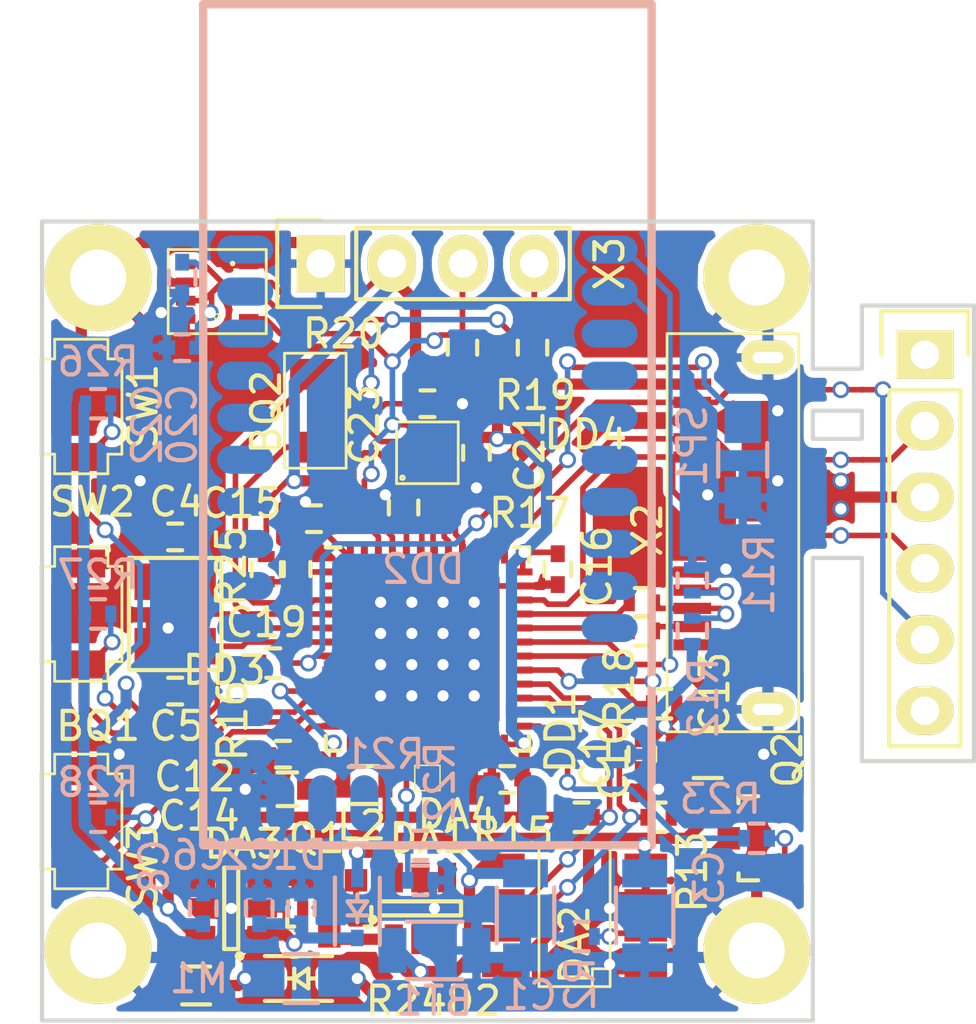
<source format=kicad_pcb>
(kicad_pcb (version 4) (host pcbnew 4.0.1-stable)
  (title_block (rev 1) (comment 2 Семчишин))
  (layers (0 F.Cu signal) (31 B.Cu signal) (34 B.Paste user) (35 F.Paste user) (36 B.SilkS user) (37 F.SilkS user) (38 B.Mask user) (39 F.Mask user) (44 Edge.Cuts user))
  (net 0 "")
  (net 1 "Net-(BQ1-Pad1)")
  (net 2 GND)
  (net 3 "Net-(BQ1-Pad3)")
  (net 4 "Net-(BQ2-Pad1)")
  (net 5 "Net-(BQ2-Pad2)")
  (net 6 +BATT)
  (net 7 VEE)
  (net 8 +5V)
  (net 9 VAA)
  (net 10 VCC)
  (net 11 "Net-(C18-Pad1)")
  (net 12 "Net-(C18-Pad2)")
  (net 13 "Net-(C19-Pad1)")
  (net 14 "Net-(DA1-Pad5)")
  (net 15 "Net-(DA2-Pad2)")
  (net 16 /~STDBY)
  (net 17 /~CHRG)
  (net 18 "Net-(DA3-Pad4)")
  (net 19 /TEMP)
  (net 20 /BTN0)
  (net 21 /~RES)
  (net 22 /BTN1)
  (net 23 /BTN2)
  (net 24 /BEEP)
  (net 25 /VIBRO)
  (net 26 /POWER)
  (net 27 /~BT_RES)
  (net 28 /BT_TX)
  (net 29 /BT_RX)
  (net 30 /USB_DM)
  (net 31 /USB_DP)
  (net 32 /SWDIO)
  (net 33 /SWCLK)
  (net 34 "Net-(DD1-Pad39)")
  (net 35 /BMC_INT3)
  (net 36 /BMC_DRDY)
  (net 37 /BMC_INT2)
  (net 38 /BMC_INT1)
  (net 39 "Net-(DD1-Pad44)")
  (net 40 /I2C_SCL)
  (net 41 /I2C_SDA)
  (net 42 "Net-(DD2-Pad3)")
  (net 43 "Net-(DD2-Pad4)")
  (net 44 "Net-(DD2-Pad5)")
  (net 45 "Net-(DD2-Pad6)")
  (net 46 "Net-(DD2-Pad7)")
  (net 47 "Net-(DD2-Pad8)")
  (net 48 "Net-(DD2-Pad9)")
  (net 49 "Net-(DD2-Pad10)")
  (net 50 "Net-(DD2-Pad23)")
  (net 51 "Net-(DD2-Pad24)")
  (net 52 "Net-(DD2-Pad25)")
  (net 53 "Net-(DD2-Pad26)")
  (net 54 "Net-(DD2-Pad27)")
  (net 55 "Net-(DD2-Pad28)")
  (net 56 "Net-(DD2-Pad29)")
  (net 57 "Net-(DD2-Pad30)")
  (net 58 "Net-(DD2-Pad31)")
  (net 59 "Net-(DD2-Pad32)")
  (net 60 "Net-(DD2-Pad33)")
  (net 61 "Net-(DD2-Pad34)")
  (net 62 "Net-(DD2-Pad15)")
  (net 63 "Net-(DD2-Pad16)")
  (net 64 "Net-(DD2-Pad19)")
  (net 65 "Net-(DD2-Pad20)")
  (net 66 "Net-(Q2-Pad1)")
  (net 67 "Net-(R10-Pad1)")
  (net 68 "Net-(R11-Pad1)")
  (net 69 "Net-(R12-Pad2)")
  (net 70 "Net-(DD1-Pad14)")
  (net 71 "Net-(DD1-Pad15)")
  (net 72 "Net-(DD1-Pad17)")
  (net 73 "Net-(DD1-Pad20)")
  (net 74 "Net-(DD1-Pad21)")
  (net 75 "Net-(DA1-Pad4)")
  (net 76 "Net-(DD1-Pad26)")
  (net 77 /REF)
  (net 78 "Net-(DD1-Pad2)")
  (net 79 "Net-(DD1-Pad13)")
  (net 80 "Net-(DD1-Pad22)")
  (net 81 "Net-(R1-Pad2)")
  (net 82 "Net-(X1-Pad6)")
  (module Housings_DFN_QFN:QFN-48-1EP_7x7mm_Pitch0.5mm (layer F.Cu) (at 43.75 45.25)
    (fp_text reference DD1 (at 4.75 2.95 90) (layer F.SilkS))
    (fp_text value STM32L151CCUx hide)
    (pad 1 smd rect (at -3.4 -2.75) (size 0.7 0.25) (layers F.Cu F.Paste F.Mask) (net 13 "Net-(C19-Pad1)"))
    (pad 2 smd rect (at -3.4 -2.25) (size 0.7 0.25) (layers F.Cu F.Paste F.Mask) (net 78 "Net-(DD1-Pad2)"))
    (pad 3 smd rect (at -3.4 -1.75) (size 0.7 0.25) (layers F.Cu F.Paste F.Mask) (net 5 "Net-(BQ2-Pad2)"))
    (pad 4 smd rect (at -3.4 -1.25) (size 0.7 0.25) (layers F.Cu F.Paste F.Mask) (net 4 "Net-(BQ2-Pad1)"))
    (pad 5 smd rect (at -3.4 -0.75) (size 0.7 0.25) (layers F.Cu F.Paste F.Mask) (net 1 "Net-(BQ1-Pad1)"))
    (pad 6 smd rect (at -3.4 -0.25) (size 0.7 0.25) (layers F.Cu F.Paste F.Mask) (net 3 "Net-(BQ1-Pad3)"))
    (pad 7 smd rect (at -3.4 0.25) (size 0.7 0.25) (layers F.Cu F.Paste F.Mask) (net 21 /~RES))
    (pad 8 smd rect (at -3.4 0.75) (size 0.7 0.25) (layers F.Cu F.Paste F.Mask) (net 2 GND))
    (pad 9 smd rect (at -3.4 1.25) (size 0.7 0.25) (layers F.Cu F.Paste F.Mask) (net 9 VAA))
    (pad 10 smd rect (at -3.4 1.75) (size 0.7 0.25) (layers F.Cu F.Paste F.Mask) (net 20 /BTN0))
    (pad 11 smd rect (at -3.4 2.25) (size 0.7 0.25) (layers F.Cu F.Paste F.Mask) (net 22 /BTN1))
    (pad 12 smd rect (at -3.4 2.75) (size 0.7 0.25) (layers F.Cu F.Paste F.Mask) (net 23 /BTN2))
    (pad 13 smd rect (at -2.75 3.4 90) (size 0.7 0.25) (layers F.Cu F.Paste F.Mask) (net 79 "Net-(DD1-Pad13)"))
    (pad 14 smd rect (at -2.25 3.4 90) (size 0.7 0.25) (layers F.Cu F.Paste F.Mask) (net 70 "Net-(DD1-Pad14)"))
    (pad 15 smd rect (at -1.75 3.4 90) (size 0.7 0.25) (layers F.Cu F.Paste F.Mask) (net 71 "Net-(DD1-Pad15)"))
    (pad 16 smd rect (at -1.25 3.4 90) (size 0.7 0.25) (layers F.Cu F.Paste F.Mask) (net 26 /POWER))
    (pad 17 smd rect (at -0.75 3.4 90) (size 0.7 0.25) (layers F.Cu F.Paste F.Mask) (net 72 "Net-(DD1-Pad17)"))
    (pad 18 smd rect (at -0.25 3.4 90) (size 0.7 0.25) (layers F.Cu F.Paste F.Mask) (net 77 /REF))
    (pad 19 smd rect (at 0.25 3.4 90) (size 0.7 0.25) (layers F.Cu F.Paste F.Mask) (net 19 /TEMP))
    (pad 20 smd rect (at 0.75 3.4 90) (size 0.7 0.25) (layers F.Cu F.Paste F.Mask) (net 73 "Net-(DD1-Pad20)"))
    (pad 21 smd rect (at 1.25 3.4 90) (size 0.7 0.25) (layers F.Cu F.Paste F.Mask) (net 74 "Net-(DD1-Pad21)"))
    (pad 22 smd rect (at 1.75 3.4 90) (size 0.7 0.25) (layers F.Cu F.Paste F.Mask) (net 80 "Net-(DD1-Pad22)"))
    (pad 23 smd rect (at 2.25 3.4 90) (size 0.7 0.25) (layers F.Cu F.Paste F.Mask) (net 2 GND))
    (pad 24 smd rect (at 2.75 3.4 90) (size 0.7 0.25) (layers F.Cu F.Paste F.Mask) (net 10 VCC))
    (pad 25 smd rect (at 3.4 2.75) (size 0.7 0.25) (layers F.Cu F.Paste F.Mask) (net 25 /VIBRO))
    (pad 26 smd rect (at 3.4 2.25) (size 0.7 0.25) (layers F.Cu F.Paste F.Mask) (net 76 "Net-(DD1-Pad26)"))
    (pad 27 smd rect (at 3.4 1.75) (size 0.7 0.25) (layers F.Cu F.Paste F.Mask) (net 16 /~STDBY))
    (pad 28 smd rect (at 3.4 1.25) (size 0.7 0.25) (layers F.Cu F.Paste F.Mask) (net 17 /~CHRG))
    (pad 29 smd rect (at 3.4 0.75) (size 0.7 0.25) (layers F.Cu F.Paste F.Mask) (net 27 /~BT_RES))
    (pad 30 smd rect (at 3.4 0.25) (size 0.7 0.25) (layers F.Cu F.Paste F.Mask) (net 28 /BT_TX))
    (pad 31 smd rect (at 3.4 -0.25) (size 0.7 0.25) (layers F.Cu F.Paste F.Mask) (net 29 /BT_RX))
    (pad 32 smd rect (at 3.4 -0.75) (size 0.7 0.25) (layers F.Cu F.Paste F.Mask) (net 30 /USB_DM))
    (pad 33 smd rect (at 3.4 -1.25) (size 0.7 0.25) (layers F.Cu F.Paste F.Mask) (net 31 /USB_DP))
    (pad 34 smd rect (at 3.4 -1.75) (size 0.7 0.25) (layers F.Cu F.Paste F.Mask) (net 32 /SWDIO))
    (pad 35 smd rect (at 3.4 -2.25) (size 0.7 0.25) (layers F.Cu F.Paste F.Mask) (net 2 GND))
    (pad 36 smd rect (at 3.4 -2.75) (size 0.7 0.25) (layers F.Cu F.Paste F.Mask) (net 10 VCC))
    (pad 37 smd rect (at 2.75 -3.4 90) (size 0.7 0.25) (layers F.Cu F.Paste F.Mask) (net 33 /SWCLK))
    (pad 38 smd rect (at 2.25 -3.4 90) (size 0.7 0.25) (layers F.Cu F.Paste F.Mask) (net 24 /BEEP))
    (pad 39 smd rect (at 1.75 -3.4 90) (size 0.7 0.25) (layers F.Cu F.Paste F.Mask) (net 34 "Net-(DD1-Pad39)"))
    (pad 40 smd rect (at 1.25 -3.4 90) (size 0.7 0.25) (layers F.Cu F.Paste F.Mask) (net 35 /BMC_INT3))
    (pad 41 smd rect (at 0.75 -3.4 90) (size 0.7 0.25) (layers F.Cu F.Paste F.Mask) (net 36 /BMC_DRDY))
    (pad 42 smd rect (at 0.25 -3.4 90) (size 0.7 0.25) (layers F.Cu F.Paste F.Mask) (net 37 /BMC_INT2))
    (pad 43 smd rect (at -0.25 -3.4 90) (size 0.7 0.25) (layers F.Cu F.Paste F.Mask) (net 38 /BMC_INT1))
    (pad 44 smd rect (at -0.75 -3.4 90) (size 0.7 0.25) (layers F.Cu F.Paste F.Mask) (net 39 "Net-(DD1-Pad44)"))
    (pad 45 smd rect (at -1.25 -3.4 90) (size 0.7 0.25) (layers F.Cu F.Paste F.Mask) (net 40 /I2C_SCL))
    (pad 46 smd rect (at -1.75 -3.4 90) (size 0.7 0.25) (layers F.Cu F.Paste F.Mask) (net 41 /I2C_SDA))
    (pad 47 smd rect (at -2.25 -3.4 90) (size 0.7 0.25) (layers F.Cu F.Paste F.Mask) (net 2 GND))
    (pad 48 smd rect (at -2.75 -3.4 90) (size 0.7 0.25) (layers F.Cu F.Paste F.Mask) (net 10 VCC))
    (pad 49 smd rect (at 1.93125 1.93125) (size 1.2875 1.2875) (layers F.Cu F.Paste F.Mask) (net 2 GND))
    (pad 49 smd rect (at 1.93125 0.64375) (size 1.2875 1.2875) (layers F.Cu F.Paste F.Mask) (net 2 GND))
    (pad 49 smd rect (at 1.93125 -0.64375) (size 1.2875 1.2875) (layers F.Cu F.Paste F.Mask) (net 2 GND))
    (pad 49 smd rect (at 1.93125 -1.93125) (size 1.2875 1.2875) (layers F.Cu F.Paste F.Mask) (net 2 GND))
    (pad 49 smd rect (at 0.64375 1.93125) (size 1.2875 1.2875) (layers F.Cu F.Paste F.Mask) (net 2 GND))
    (pad 49 smd rect (at 0.64375 0.64375) (size 1.2875 1.2875) (layers F.Cu F.Paste F.Mask) (net 2 GND))
    (pad 49 smd rect (at 0.64375 -0.64375) (size 1.2875 1.2875) (layers F.Cu F.Paste F.Mask) (net 2 GND))
    (pad 49 smd rect (at 0.64375 -1.93125) (size 1.2875 1.2875) (layers F.Cu F.Paste F.Mask) (net 2 GND))
    (pad 49 smd rect (at -0.64375 1.93125) (size 1.2875 1.2875) (layers F.Cu F.Paste F.Mask) (net 2 GND))
    (pad 49 smd rect (at -0.64375 0.64375) (size 1.2875 1.2875) (layers F.Cu F.Paste F.Mask) (net 2 GND))
    (pad 49 smd rect (at -0.64375 -0.64375) (size 1.2875 1.2875) (layers F.Cu F.Paste F.Mask) (net 2 GND))
    (pad 49 smd rect (at -0.64375 -1.93125) (size 1.2875 1.2875) (layers F.Cu F.Paste F.Mask) (net 2 GND))
    (pad 49 smd rect (at -1.93125 1.93125) (size 1.2875 1.2875) (layers F.Cu F.Paste F.Mask) (net 2 GND))
    (pad 49 smd rect (at -1.93125 0.64375) (size 1.2875 1.2875) (layers F.Cu F.Paste F.Mask) (net 2 GND))
    (pad 49 smd rect (at -1.93125 -0.64375) (size 1.2875 1.2875) (layers F.Cu F.Paste F.Mask) (net 2 GND))
    (pad 49 smd rect (at -1.93125 -1.93125) (size 1.2875 1.2875) (layers F.Cu F.Paste F.Mask) (net 2 GND))
  )
  (module Pin_Headers:Pin_Header_Straight_1x06 (layer F.Cu) (at 61.5 34.75)
    (fp_text reference X1 hide)
    (fp_text value SWD hide)
    (pad 1 thru_hole rect (at 0 0) (size 2.032 1.7272) (drill 1.016) (layers *.Cu *.Mask F.SilkS) (net 81 "Net-(R1-Pad2)"))
    (pad 2 thru_hole oval (at 0 2.54) (size 2.032 1.7272) (drill 1.016) (layers *.Cu *.Mask F.SilkS) (net 33 /SWCLK))
    (pad 3 thru_hole oval (at 0 5.08) (size 2.032 1.7272) (drill 1.016) (layers *.Cu *.Mask F.SilkS) (net 2 GND))
    (pad 4 thru_hole oval (at 0 7.62) (size 2.032 1.7272) (drill 1.016) (layers *.Cu *.Mask F.SilkS) (net 32 /SWDIO))
    (pad 5 thru_hole oval (at 0 10.16) (size 2.032 1.7272) (drill 1.016) (layers *.Cu *.Mask F.SilkS) (net 21 /~RES))
    (pad 6 thru_hole oval (at 0 12.7) (size 2.032 1.7272) (drill 1.016) (layers *.Cu *.Mask F.SilkS) (net 82 "Net-(X1-Pad6)"))
  )
  (module Footprints:HC-08 (layer B.Cu) (at 43.75 37.25 180)
    (fp_text reference DD2 (at 0.15 -5.15 180) (layer B.SilkS) (effects (justify mirror)))
    (fp_text value HC-08 hide)
    (pad 1 smd oval (at -6.5 6.25 180) (size 2 1) (layers B.Cu B.Paste B.Mask) (net 29 /BT_RX))
    (pad 2 smd oval (at -6.5 4.75 180) (size 2 1) (layers B.Cu B.Paste B.Mask) (net 28 /BT_TX))
    (pad 3 smd oval (at -6.5 3.25 180) (size 2 1) (layers B.Cu B.Paste B.Mask) (net 42 "Net-(DD2-Pad3)"))
    (pad 4 smd oval (at -6.5 1.75 180) (size 2 1) (layers B.Cu B.Paste B.Mask) (net 43 "Net-(DD2-Pad4)"))
    (pad 5 smd oval (at -6.5 0.25 180) (size 2 1) (layers B.Cu B.Paste B.Mask) (net 44 "Net-(DD2-Pad5)"))
    (pad 6 smd oval (at -6.5 -1.25 180) (size 2 1) (layers B.Cu B.Paste B.Mask) (net 45 "Net-(DD2-Pad6)"))
    (pad 7 smd oval (at -6.5 -2.75 180) (size 2 1) (layers B.Cu B.Paste B.Mask) (net 46 "Net-(DD2-Pad7)"))
    (pad 8 smd oval (at -6.5 -4.25 180) (size 2 1) (layers B.Cu B.Paste B.Mask) (net 47 "Net-(DD2-Pad8)"))
    (pad 9 smd oval (at -6.5 -5.75 180) (size 2 1) (layers B.Cu B.Paste B.Mask) (net 48 "Net-(DD2-Pad9)"))
    (pad 10 smd oval (at -6.5 -7.25 180) (size 2 1) (layers B.Cu B.Paste B.Mask) (net 49 "Net-(DD2-Pad10)"))
    (pad 11 smd oval (at -6.5 -8.75 180) (size 2 1) (layers B.Cu B.Paste B.Mask) (net 27 /~BT_RES))
    (pad 12 smd oval (at -6.5 -10.25 180) (size 2 1) (layers B.Cu B.Paste B.Mask) (net 10 VCC))
    (pad 13 smd oval (at -6.5 -11.75 180) (size 2 1) (layers B.Cu B.Paste B.Mask) (net 2 GND))
    (pad 22 smd oval (at 6.5 -11.75 180) (size 2 1) (layers B.Cu B.Paste B.Mask) (net 2 GND))
    (pad 23 smd oval (at 6.5 -10.25 180) (size 2 1) (layers B.Cu B.Paste B.Mask) (net 50 "Net-(DD2-Pad23)"))
    (pad 24 smd oval (at 6.5 -8.75 180) (size 2 1) (layers B.Cu B.Paste B.Mask) (net 51 "Net-(DD2-Pad24)"))
    (pad 25 smd oval (at 6.5 -7.25 180) (size 2 1) (layers B.Cu B.Paste B.Mask) (net 52 "Net-(DD2-Pad25)"))
    (pad 26 smd oval (at 6.5 -5.75 180) (size 2 1) (layers B.Cu B.Paste B.Mask) (net 53 "Net-(DD2-Pad26)"))
    (pad 27 smd oval (at 6.5 -4.25 180) (size 2 1) (layers B.Cu B.Paste B.Mask) (net 54 "Net-(DD2-Pad27)"))
    (pad 28 smd oval (at 6.5 -2.75 180) (size 2 1) (layers B.Cu B.Paste B.Mask) (net 55 "Net-(DD2-Pad28)"))
    (pad 29 smd oval (at 6.5 -1.25 180) (size 2 1) (layers B.Cu B.Paste B.Mask) (net 56 "Net-(DD2-Pad29)"))
    (pad 30 smd oval (at 6.5 0.25 180) (size 2 1) (layers B.Cu B.Paste B.Mask) (net 57 "Net-(DD2-Pad30)"))
    (pad 31 smd oval (at 6.5 1.75 180) (size 2 1) (layers B.Cu B.Paste B.Mask) (net 58 "Net-(DD2-Pad31)"))
    (pad 32 smd oval (at 6.5 3.25 180) (size 2 1) (layers B.Cu B.Paste B.Mask) (net 59 "Net-(DD2-Pad32)"))
    (pad 33 smd oval (at 6.5 4.75 180) (size 2 1) (layers B.Cu B.Paste B.Mask) (net 60 "Net-(DD2-Pad33)"))
    (pad 34 smd oval (at 6.5 6.25 180) (size 2 1) (layers B.Cu B.Paste B.Mask) (net 61 "Net-(DD2-Pad34)"))
    (pad 15 smd oval (at -3.75 -13.5 90) (size 2 1) (layers B.Cu B.Paste B.Mask) (net 62 "Net-(DD2-Pad15)"))
    (pad 16 smd oval (at -2.25 -13.5 90) (size 2 1) (layers B.Cu B.Paste B.Mask) (net 63 "Net-(DD2-Pad16)"))
    (pad 19 smd oval (at 2.25 -13.5 90) (size 2 1) (layers B.Cu B.Paste B.Mask) (net 64 "Net-(DD2-Pad19)"))
    (pad 20 smd oval (at 3.75 -13.5 90) (size 2 1) (layers B.Cu B.Paste B.Mask) (net 65 "Net-(DD2-Pad20)"))
    (pad 21 smd oval (at 5.25 -13.5 90) (size 2 1) (layers B.Cu B.Paste B.Mask) (net 2 GND))
  )
  (module Resistors_SMD:R_0402 (layer B.Cu) (at 55.5 52 180)
    (fp_text reference R23 (at 1.3 1.4 180) (layer B.SilkS) (effects (justify mirror)))
    (fp_text value 200R hide)
    (pad 1 smd rect (at -0.45 0 180) (size 0.4 0.6) (layers B.Cu B.Paste B.Mask) (net 66 "Net-(Q2-Pad1)"))
    (pad 2 smd rect (at 0.45 0 180) (size 0.4 0.6) (layers B.Cu B.Paste B.Mask) (net 25 /VIBRO))
  )
  (module Resistors_SMD:R_0402 (layer F.Cu) (at 38.25 45.75)
    (fp_text reference R16 (at -1.45 2.05 90) (layer F.SilkS))
    (fp_text value 10K hide)
    (pad 1 smd rect (at -0.45 0) (size 0.4 0.6) (layers F.Cu F.Paste F.Mask) (net 10 VCC))
    (pad 2 smd rect (at 0.45 0) (size 0.4 0.6) (layers F.Cu F.Paste F.Mask) (net 21 /~RES))
  )
  (module Footprints:SOP-8 (layer F.Cu) (at 49 54.75 90)
    (fp_text reference DA2 (at -1.05 0 270) (layer F.SilkS))
    (fp_text value TP4056 hide)
    (pad 1 smd rect (at -1.905 2.54 90) (size 0.6 1.52) (layers F.Cu F.Paste F.Mask) (net 2 GND))
    (pad 2 smd rect (at -0.635 2.54 90) (size 0.6 1.52) (layers F.Cu F.Paste F.Mask) (net 15 "Net-(DA2-Pad2)"))
    (pad 3 smd rect (at 0.635 2.54 90) (size 0.6 1.52) (layers F.Cu F.Paste F.Mask) (net 2 GND))
    (pad 4 smd rect (at 1.905 2.54 90) (size 0.6 1.52) (layers F.Cu F.Paste F.Mask) (net 8 +5V))
    (pad 5 smd rect (at 1.905 -2.54 90) (size 0.6 1.52) (layers F.Cu F.Paste F.Mask) (net 6 +BATT))
    (pad 6 smd rect (at 0.635 -2.54 90) (size 0.6 1.52) (layers F.Cu F.Paste F.Mask) (net 16 /~STDBY))
    (pad 7 smd rect (at -0.635 -2.54 90) (size 0.6 1.52) (layers F.Cu F.Paste F.Mask) (net 17 /~CHRG))
    (pad 8 smd rect (at -1.905 -2.54 90) (size 0.6 1.52) (layers F.Cu F.Paste F.Mask) (net 8 +5V))
  )
  (module Footprints:KX-7T (layer F.Cu) (at 34.75 44 270)
    (fp_text reference BQ1 (at 4 2.75 360) (layer F.SilkS))
    (fp_text value KX-7T hide)
    (pad 1 smd rect (at -1.15 0.9 270) (size 1.3 1.1) (layers F.Cu F.Paste F.Mask) (net 1 "Net-(BQ1-Pad1)"))
    (pad 2 smd rect (at 1.15 0.9 270) (size 1.3 1.1) (layers F.Cu F.Paste F.Mask) (net 2 GND))
    (pad 3 smd rect (at 1.15 -0.9 270) (size 1.3 1.1) (layers F.Cu F.Paste F.Mask) (net 3 "Net-(BQ1-Pad3)"))
    (pad 4 smd rect (at -1.15 -0.9 270) (size 1.3 1.1) (layers F.Cu F.Paste F.Mask) (net 2 GND))
  )
  (module Footprints:KX-327NHT (layer F.Cu) (at 39.75 36.75 270)
    (fp_text reference BQ2 (at 0.05 1.75 270) (layer F.SilkS))
    (fp_text value KX-327NHT hide)
    (pad 1 smd rect (at -1.3 0 270) (size 1.1 1.8) (layers F.Cu F.Paste F.Mask) (net 4 "Net-(BQ2-Pad1)"))
    (pad 2 smd rect (at 1.3 0 270) (size 1.1 1.8) (layers F.Cu F.Paste F.Mask) (net 5 "Net-(BQ2-Pad2)"))
  )
  (module Capacitors_SMD:C_0402 (layer B.Cu) (at 39.25 54.5 90)
    (fp_text reference C2 (at 1.9 -1.85 180) (layer B.SilkS) (effects (justify mirror)))
    (fp_text value 100n hide)
    (pad 1 smd rect (at -0.55 0 90) (size 0.6 0.5) (layers B.Cu B.Paste B.Mask) (net 7 VEE))
    (pad 2 smd rect (at 0.55 0 90) (size 0.6 0.5) (layers B.Cu B.Paste B.Mask) (net 2 GND))
  )
  (module Capacitors_SMD:C_0402 (layer F.Cu) (at 34.75 41.25)
    (fp_text reference C4 (at 0.05 -1.25) (layer F.SilkS))
    (fp_text value 22p hide)
    (pad 1 smd rect (at -0.55 0) (size 0.6 0.5) (layers F.Cu F.Paste F.Mask) (net 1 "Net-(BQ1-Pad1)"))
    (pad 2 smd rect (at 0.55 0) (size 0.6 0.5) (layers F.Cu F.Paste F.Mask) (net 2 GND))
  )
  (module Capacitors_SMD:C_0402 (layer F.Cu) (at 34.75 46.75 180)
    (fp_text reference C5 (at -0.05 -1.25 180) (layer F.SilkS))
    (fp_text value 22p hide)
    (pad 1 smd rect (at -0.55 0 180) (size 0.6 0.5) (layers F.Cu F.Paste F.Mask) (net 3 "Net-(BQ1-Pad3)"))
    (pad 2 smd rect (at 0.55 0 180) (size 0.6 0.5) (layers F.Cu F.Paste F.Mask) (net 2 GND))
  )
  (module Capacitors_SMD:C_0402 (layer B.Cu) (at 37.75 54.5 90)
    (fp_text reference C6 (at 1.9 -2.15 180) (layer B.SilkS) (effects (justify mirror)))
    (fp_text value 100n hide)
    (pad 1 smd rect (at -0.55 0 90) (size 0.6 0.5) (layers B.Cu B.Paste B.Mask) (net 7 VEE))
    (pad 2 smd rect (at 0.55 0 90) (size 0.6 0.5) (layers B.Cu B.Paste B.Mask) (net 2 GND))
  )
  (module Capacitors_SMD:C_0402 (layer B.Cu) (at 35.75 54.5 90)
    (fp_text reference C8 (at 1.5 -1.75 90) (layer B.SilkS) (effects (justify mirror)))
    (fp_text value 100n hide)
    (pad 1 smd rect (at -0.55 0 90) (size 0.6 0.5) (layers B.Cu B.Paste B.Mask) (net 10 VCC))
    (pad 2 smd rect (at 0.55 0 90) (size 0.6 0.5) (layers B.Cu B.Paste B.Mask) (net 2 GND))
  )
  (module Capacitors_SMD:C_0402 (layer F.Cu) (at 51.4 49 270)
    (fp_text reference C10 (at 0.2 1 270) (layer F.SilkS))
    (fp_text value 100n hide)
    (pad 1 smd rect (at -0.55 0 270) (size 0.6 0.5) (layers F.Cu F.Paste F.Mask) (net 10 VCC))
    (pad 2 smd rect (at 0.55 0 270) (size 0.6 0.5) (layers F.Cu F.Paste F.Mask) (net 2 GND))
  )
  (module Capacitors_SMD:C_0402 (layer F.Cu) (at 38.6 49 180)
    (fp_text reference C12 (at 3.15 -0.8 180) (layer F.SilkS))
    (fp_text value 100n hide)
    (pad 1 smd rect (at -0.55 0 180) (size 0.6 0.5) (layers F.Cu F.Paste F.Mask) (net 9 VAA))
    (pad 2 smd rect (at 0.55 0 180) (size 0.6 0.5) (layers F.Cu F.Paste F.Mask) (net 2 GND))
  )
  (module Capacitors_SMD:C_0805 (layer F.Cu) (at 53.75 49)
    (fp_text reference C13 (at 0.25 -2.2 90) (layer F.SilkS))
    (fp_text value 10u hide)
    (pad 1 smd rect (at -1 0) (size 1 1.25) (layers F.Cu F.Paste F.Mask) (net 10 VCC))
    (pad 2 smd rect (at 1 0) (size 1 1.25) (layers F.Cu F.Paste F.Mask) (net 2 GND))
  )
  (module Capacitors_SMD:C_0603 (layer F.Cu) (at 38.75 50.25 180)
    (fp_text reference C14 (at 3.15 -0.95 180) (layer F.SilkS))
    (fp_text value 1u hide)
    (pad 1 smd rect (at -0.75 0 180) (size 0.8 0.75) (layers F.Cu F.Paste F.Mask) (net 9 VAA))
    (pad 2 smd rect (at 0.75 0 180) (size 0.8 0.75) (layers F.Cu F.Paste F.Mask) (net 2 GND))
  )
  (module Capacitors_SMD:C_0402 (layer F.Cu) (at 39.7 40.6 180)
    (fp_text reference C15 (at 2.6 0.55 180) (layer F.SilkS))
    (fp_text value 100n hide)
    (pad 1 smd rect (at -0.55 0 180) (size 0.6 0.5) (layers F.Cu F.Paste F.Mask) (net 10 VCC))
    (pad 2 smd rect (at 0.55 0 180) (size 0.6 0.5) (layers F.Cu F.Paste F.Mask) (net 2 GND))
  )
  (module Capacitors_SMD:C_0402 (layer F.Cu) (at 48.4 42.4 270)
    (fp_text reference C16 (at -0.1 -1.4 270) (layer F.SilkS))
    (fp_text value 100n hide)
    (pad 1 smd rect (at -0.55 0 270) (size 0.6 0.5) (layers F.Cu F.Paste F.Mask) (net 10 VCC))
    (pad 2 smd rect (at 0.55 0 270) (size 0.6 0.5) (layers F.Cu F.Paste F.Mask) (net 2 GND))
  )
  (module Capacitors_SMD:C_0402 (layer F.Cu) (at 46.6 49.9 180)
    (fp_text reference C17 (at -3.15 1.1 450) (layer F.SilkS))
    (fp_text value 100n hide)
    (pad 1 smd rect (at -0.55 0 180) (size 0.6 0.5) (layers F.Cu F.Paste F.Mask) (net 10 VCC))
    (pad 2 smd rect (at 0.55 0 180) (size 0.6 0.5) (layers F.Cu F.Paste F.Mask) (net 2 GND))
  )
  (module Capacitors_SMD:C_0402 (layer F.Cu) (at 39.1 42.4 90)
    (fp_text reference C19 (at -1.9 -1.1 180) (layer F.SilkS))
    (fp_text value 100n hide)
    (pad 1 smd rect (at -0.55 0 90) (size 0.6 0.5) (layers F.Cu F.Paste F.Mask) (net 13 "Net-(C19-Pad1)"))
    (pad 2 smd rect (at 0.55 0 90) (size 0.6 0.5) (layers F.Cu F.Paste F.Mask) (net 2 GND))
  )
  (module Capacitors_SMD:C_0402 (layer B.Cu) (at 35 34.5 180)
    (fp_text reference C20 (at 0 -2.75 270) (layer B.SilkS) (effects (justify mirror)))
    (fp_text value 100n hide)
    (pad 1 smd rect (at -0.55 0 180) (size 0.6 0.5) (layers B.Cu B.Paste B.Mask) (net 10 VCC))
    (pad 2 smd rect (at 0.55 0 180) (size 0.6 0.5) (layers B.Cu B.Paste B.Mask) (net 2 GND))
  )
  (module Capacitors_SMD:C_0402 (layer F.Cu) (at 45.5 38.25 270)
    (fp_text reference C21 (at -0.05 -1.9 270) (layer F.SilkS))
    (fp_text value 100n hide)
    (pad 1 smd rect (at -0.55 0 270) (size 0.6 0.5) (layers F.Cu F.Paste F.Mask) (net 10 VCC))
    (pad 2 smd rect (at 0.55 0 270) (size 0.6 0.5) (layers F.Cu F.Paste F.Mask) (net 2 GND))
  )
  (module Capacitors_SMD:C_0402 (layer B.Cu) (at 35 32 270)
    (fp_text reference C22 (at 5.25 1.25 450) (layer B.SilkS) (effects (justify mirror)))
    (fp_text value 100n hide)
    (pad 1 smd rect (at -0.55 0 270) (size 0.6 0.5) (layers B.Cu B.Paste B.Mask) (net 10 VCC))
    (pad 2 smd rect (at 0.55 0 270) (size 0.6 0.5) (layers B.Cu B.Paste B.Mask) (net 2 GND))
  )
  (module Capacitors_SMD:C_0402 (layer F.Cu) (at 43.75 36.5)
    (fp_text reference C23 (at -2.25 0.75 90) (layer F.SilkS))
    (fp_text value 100n hide)
    (pad 1 smd rect (at -0.55 0) (size 0.6 0.5) (layers F.Cu F.Paste F.Mask) (net 10 VCC))
    (pad 2 smd rect (at 0.55 0) (size 0.6 0.5) (layers F.Cu F.Paste F.Mask) (net 2 GND))
  )
  (module Diodes_SMD:SOD-323 (layer B.Cu) (at 41.25 54.5 90)
    (fp_text reference D1 (at 1.9 -2.05 180) (layer B.SilkS) (effects (justify mirror)))
    (fp_text value BAT60J hide)
    (pad 1 smd rect (at -1.055 0 90) (size 0.59 0.45) (layers B.Cu B.Paste B.Mask) (net 7 VEE))
    (pad 2 smd rect (at 1.055 0 90) (size 0.59 0.45) (layers B.Cu B.Paste B.Mask) (net 8 +5V))
  )
  (module Diodes_SMD:SOD-323 (layer F.Cu) (at 39.25 57)
    (fp_text reference D2 (at 6.15 0.8) (layer F.SilkS))
    (fp_text value BAT60J hide)
    (pad 1 smd rect (at -1.055 0) (size 0.59 0.45) (layers F.Cu F.Paste F.Mask) (net 11 "Net-(C18-Pad1)"))
    (pad 2 smd rect (at 1.055 0) (size 0.59 0.45) (layers F.Cu F.Paste F.Mask) (net 12 "Net-(C18-Pad2)"))
  )
  (module TO_SOT_Packages_SMD:SOT-23-6 (layer F.Cu) (at 43.5 54.5 90)
    (fp_text reference DA1 (at 2.5 0.3 180) (layer F.SilkS))
    (fp_text value LTC4412 hide)
    (pad 1 smd rect (at -1.1 -0.95 90) (size 1.06 0.65) (layers F.Cu F.Paste F.Mask) (net 6 +BATT))
    (pad 2 smd rect (at -1.1 0 90) (size 1.06 0.65) (layers F.Cu F.Paste F.Mask) (net 2 GND))
    (pad 3 smd rect (at -1.1 0.95 90) (size 1.06 0.65) (layers F.Cu F.Paste F.Mask) (net 2 GND))
    (pad 4 smd rect (at 1.1 0.95 90) (size 1.06 0.65) (layers F.Cu F.Paste F.Mask) (net 75 "Net-(DA1-Pad4)"))
    (pad 6 smd rect (at 1.1 -0.95 90) (size 1.06 0.65) (layers F.Cu F.Paste F.Mask) (net 8 +5V))
    (pad 5 smd rect (at 1.1 0 90) (size 1.06 0.65) (layers F.Cu F.Paste F.Mask) (net 14 "Net-(DA1-Pad5)"))
  )
  (module TO_SOT_Packages_SMD:SOT-23-5 (layer F.Cu) (at 36.75 54.5 180)
    (fp_text reference DA3 (at -0.45 2.3 180) (layer F.SilkS))
    (fp_text value NCP551SN33T1G hide)
    (pad 1 smd rect (at -1.1 -0.95 180) (size 1.06 0.65) (layers F.Cu F.Paste F.Mask) (net 7 VEE))
    (pad 2 smd rect (at -1.1 0 180) (size 1.06 0.65) (layers F.Cu F.Paste F.Mask) (net 2 GND))
    (pad 3 smd rect (at -1.1 0.95 180) (size 1.06 0.65) (layers F.Cu F.Paste F.Mask) (net 7 VEE))
    (pad 4 smd rect (at 1.1 0.95 180) (size 1.06 0.65) (layers F.Cu F.Paste F.Mask) (net 18 "Net-(DA3-Pad4)"))
    (pad 5 smd rect (at 1.1 -0.95 180) (size 1.06 0.65) (layers F.Cu F.Paste F.Mask) (net 10 VCC))
  )
  (module Footprints:DSBGA4 (layer F.Cu) (at 43.75 49.85 180)
    (fp_text reference DA4 (at -1.05 -1.3 180) (layer F.SilkS))
    (fp_text value LMT70 hide)
    (pad B2 smd circle (at 0.2 0.2 180) (size 0.2 0.2) (layers F.Cu F.Paste F.Mask) (net 77 /REF))
    (pad A2 smd circle (at 0.2 -0.2 180) (size 0.2 0.2) (layers F.Cu F.Paste F.Mask) (net 77 /REF))
    (pad A1 smd circle (at -0.2 -0.2 180) (size 0.2 0.2) (layers F.Cu F.Paste F.Mask) (net 2 GND))
    (pad B1 smd circle (at -0.2 0.2 180) (size 0.2 0.2) (layers F.Cu F.Paste F.Mask) (net 19 /TEMP))
  )
  (module Footprints:BME280 (layer F.Cu) (at 36.25 32.5)
    (fp_text reference DD3 (at 0.25 13.5 180) (layer F.SilkS))
    (fp_text value BME280 hide)
    (pad 2 smd rect (at 1.125 -0.325) (size 0.7 0.35) (layers F.Cu F.Paste F.Mask) (net 10 VCC))
    (pad 1 smd rect (at 1.125 -0.975) (size 0.7 0.35) (layers F.Cu F.Paste F.Mask) (net 2 GND))
    (pad 3 smd rect (at 1.125 0.325) (size 0.7 0.35) (layers F.Cu F.Paste F.Mask) (net 41 /I2C_SDA))
    (pad 4 smd rect (at 1.125 0.975) (size 0.7 0.35) (layers F.Cu F.Paste F.Mask) (net 40 /I2C_SCL))
    (pad 5 smd rect (at -1.125 0.975) (size 0.7 0.35) (layers F.Cu F.Paste F.Mask) (net 2 GND))
    (pad 6 smd rect (at -1.125 0.325) (size 0.7 0.35) (layers F.Cu F.Paste F.Mask) (net 10 VCC))
    (pad 7 smd rect (at -1.125 -0.325) (size 0.7 0.35) (layers F.Cu F.Paste F.Mask) (net 2 GND))
    (pad 8 smd rect (at -1.125 -0.975) (size 0.7 0.35) (layers F.Cu F.Paste F.Mask) (net 10 VCC))
  )
  (module Footprints:BMC150 (layer F.Cu) (at 43.75 38.25 90)
    (fp_text reference DD4 (at 0.65 5.65 180) (layer F.SilkS))
    (fp_text value BMC150 hide)
    (pad 9 smd rect (at 0.8625 0.2 90) (size 0.32 0.23) (layers F.Cu F.Paste F.Mask) (net 2 GND))
    (pad 8 smd rect (at 0.8625 0.6 90) (size 0.32 0.23) (layers F.Cu F.Paste F.Mask) (net 10 VCC))
    (pad 10 smd rect (at 0.8625 -0.2 90) (size 0.32 0.23) (layers F.Cu F.Paste F.Mask) (net 10 VCC))
    (pad 11 smd rect (at 0.8625 -0.6 90) (size 0.32 0.23) (layers F.Cu F.Paste F.Mask) (net 40 /I2C_SCL))
    (pad 1 smd rect (at -0.8625 -0.6 90) (size 0.32 0.23) (layers F.Cu F.Paste F.Mask) (net 2 GND))
    (pad 2 smd rect (at -0.8625 -0.2 90) (size 0.32 0.23) (layers F.Cu F.Paste F.Mask) (net 38 /BMC_INT1))
    (pad 3 smd rect (at -0.8625 0.2 90) (size 0.32 0.23) (layers F.Cu F.Paste F.Mask) (net 37 /BMC_INT2))
    (pad 4 smd rect (at -0.8625 0.6 90) (size 0.32 0.23) (layers F.Cu F.Paste F.Mask) (net 36 /BMC_DRDY))
    (pad 6 smd rect (at 0 0.8625 90) (size 0.23 0.32) (layers F.Cu F.Paste F.Mask) (net 2 GND))
    (pad 7 smd rect (at 0.4 0.8625 90) (size 0.23 0.32) (layers F.Cu F.Paste F.Mask) (net 2 GND))
    (pad 5 smd rect (at -0.4 0.8625 90) (size 0.23 0.32) (layers F.Cu F.Paste F.Mask) (net 35 /BMC_INT3))
    (pad 13 smd rect (at 0 -0.8625 90) (size 0.23 0.32) (layers F.Cu F.Paste F.Mask) (net 10 VCC))
    (pad 14 smd rect (at -0.4 -0.8625 90) (size 0.23 0.32) (layers F.Cu F.Paste F.Mask) (net 41 /I2C_SDA))
    (pad 12 smd rect (at 0.4 -0.8625 90) (size 0.23 0.32) (layers F.Cu F.Paste F.Mask) (net 10 VCC))
  )
  (module Resistors_SMD:R_0603 (layer F.Cu) (at 41.5 50.1)
    (fp_text reference L2 (at -0.1 1.45) (layer F.SilkS))
    (fp_text value fcm1608-0603 hide)
    (pad 1 smd rect (at -0.75 0) (size 0.5 0.9) (layers F.Cu F.Paste F.Mask) (net 9 VAA))
    (pad 2 smd rect (at 0.75 0) (size 0.5 0.9) (layers F.Cu F.Paste F.Mask) (net 10 VCC))
  )
  (module Resistors_SMD:R_0805_HandSoldering (layer B.Cu) (at 39.25 57)
    (fp_text reference M1 (at -3.65 0) (layer B.SilkS) (effects (justify mirror)))
    (fp_text value "3V3 35mA" hide)
    (pad 1 smd rect (at -1.35 0) (size 1.5 1.3) (layers B.Cu B.Paste B.Mask) (net 11 "Net-(C18-Pad1)"))
    (pad 2 smd rect (at 1.35 0) (size 1.5 1.3) (layers B.Cu B.Paste B.Mask) (net 12 "Net-(C18-Pad2)"))
  )
  (module TO_SOT_Packages_SMD:SOT-23 (layer F.Cu) (at 40.25 54.5 180)
    (fp_text reference Q1 (at 0.45 2.5 180) (layer F.SilkS))
    (fp_text value IRLML6302 hide)
    (pad 1 smd rect (at -0.95 1.00076 180) (size 0.8001 0.8001) (layers F.Cu F.Paste F.Mask) (net 14 "Net-(DA1-Pad5)"))
    (pad 2 smd rect (at 0.95 1.00076 180) (size 0.8001 0.8001) (layers F.Cu F.Paste F.Mask) (net 7 VEE))
    (pad 3 smd rect (at 0 -0.99822 180) (size 0.8001 0.8001) (layers F.Cu F.Paste F.Mask) (net 6 +BATT))
  )
  (module TO_SOT_Packages_SMD:SOT-23 (layer F.Cu) (at 55.5 52 90)
    (fp_text reference Q2 (at 2.8 1.1 90) (layer F.SilkS))
    (fp_text value IRLML0060TRPbF hide)
    (pad 1 smd rect (at -0.95 1.00076 90) (size 0.8001 0.8001) (layers F.Cu F.Paste F.Mask) (net 66 "Net-(Q2-Pad1)"))
    (pad 2 smd rect (at 0.95 1.00076 90) (size 0.8001 0.8001) (layers F.Cu F.Paste F.Mask) (net 2 GND))
    (pad 3 smd rect (at 0 -0.99822 90) (size 0.8001 0.8001) (layers F.Cu F.Paste F.Mask) (net 12 "Net-(C18-Pad2)"))
  )
  (module Resistors_SMD:R_0402 (layer B.Cu) (at 49.25 55.5)
    (fp_text reference R2 (at -0.05 1.7 90) (layer B.SilkS) (effects (justify mirror)))
    (fp_text value 2K4 hide)
    (pad 1 smd rect (at -0.45 0) (size 0.4 0.6) (layers B.Cu B.Paste B.Mask) (net 2 GND))
    (pad 2 smd rect (at 0.45 0) (size 0.4 0.6) (layers B.Cu B.Paste B.Mask) (net 15 "Net-(DA2-Pad2)"))
  )
  (module Resistors_SMD:R_0402 (layer F.Cu) (at 51.4 44.6 180)
    (fp_text reference R10 hide)
    (fp_text value 220R hide)
    (pad 1 smd rect (at -0.45 0 180) (size 0.4 0.6) (layers F.Cu F.Paste F.Mask) (net 67 "Net-(R10-Pad1)"))
    (pad 2 smd rect (at 0.45 0 180) (size 0.4 0.6) (layers F.Cu F.Paste F.Mask) (net 30 /USB_DM))
  )
  (module Resistors_SMD:R_0402 (layer B.Cu) (at 53.2 42.8 90)
    (fp_text reference R11 (at 0.2 2.4 90) (layer B.SilkS) (effects (justify mirror)))
    (fp_text value 100K hide)
    (pad 1 smd rect (at -0.45 0 90) (size 0.4 0.6) (layers B.Cu B.Paste B.Mask) (net 68 "Net-(R11-Pad1)"))
    (pad 2 smd rect (at 0.45 0 90) (size 0.4 0.6) (layers B.Cu B.Paste B.Mask) (net 2 GND))
  )
  (module Resistors_SMD:R_0402 (layer B.Cu) (at 53.2 44.6 90)
    (fp_text reference R12 (at -2.4 0.4 90) (layer B.SilkS) (effects (justify mirror)))
    (fp_text value 1K5 hide)
    (pad 1 smd rect (at -0.45 0 90) (size 0.4 0.6) (layers B.Cu B.Paste B.Mask) (net 10 VCC))
    (pad 2 smd rect (at 0.45 0 90) (size 0.4 0.6) (layers B.Cu B.Paste B.Mask) (net 69 "Net-(R12-Pad2)"))
  )
  (module Resistors_SMD:R_0402 (layer F.Cu) (at 52 51.25 180)
    (fp_text reference R13 (at -1.2 -1.95 270) (layer F.SilkS))
    (fp_text value 10K hide)
    (pad 1 smd rect (at -0.45 0 180) (size 0.4 0.6) (layers F.Cu F.Paste F.Mask) (net 10 VCC))
    (pad 2 smd rect (at 0.45 0 180) (size 0.4 0.6) (layers F.Cu F.Paste F.Mask) (net 17 /~CHRG))
  )
  (module Resistors_SMD:R_0402 (layer F.Cu) (at 51.4 43.6 180)
    (fp_text reference R14 hide)
    (fp_text value 220R hide)
    (pad 1 smd rect (at -0.45 0 180) (size 0.4 0.6) (layers F.Cu F.Paste F.Mask) (net 69 "Net-(R12-Pad2)"))
    (pad 2 smd rect (at 0.45 0 180) (size 0.4 0.6) (layers F.Cu F.Paste F.Mask) (net 31 /USB_DP))
  )
  (module Resistors_SMD:R_0402 (layer F.Cu) (at 49.25 51.25)
    (fp_text reference R15 (at -2.45 0.55 180) (layer F.SilkS))
    (fp_text value 10K hide)
    (pad 1 smd rect (at -0.45 0) (size 0.4 0.6) (layers F.Cu F.Paste F.Mask) (net 10 VCC))
    (pad 2 smd rect (at 0.45 0) (size 0.4 0.6) (layers F.Cu F.Paste F.Mask) (net 16 /~STDBY))
  )
  (module Resistors_SMD:R_0402 (layer F.Cu) (at 42.9 40.2 270)
    (fp_text reference R17 (at 0.2 -4.5 540) (layer F.SilkS))
    (fp_text value 510R hide)
    (pad 1 smd rect (at -0.45 0 270) (size 0.4 0.6) (layers F.Cu F.Paste F.Mask) (net 2 GND))
    (pad 2 smd rect (at 0.45 0 270) (size 0.4 0.6) (layers F.Cu F.Paste F.Mask) (net 39 "Net-(DD1-Pad44)"))
  )
  (module Resistors_SMD:R_0402 (layer F.Cu) (at 52.2 47.2)
    (fp_text reference R18 (at -1.6 -0.6 90) (layer F.SilkS))
    (fp_text value 10K hide)
    (pad 1 smd rect (at -0.45 0) (size 0.4 0.6) (layers F.Cu F.Paste F.Mask) (net 27 /~BT_RES))
    (pad 2 smd rect (at 0.45 0) (size 0.4 0.6) (layers F.Cu F.Paste F.Mask) (net 10 VCC))
  )
  (module Resistors_SMD:R_0402 (layer F.Cu) (at 47.5 34.5 270)
    (fp_text reference R19 (at 1.7 -0.1 360) (layer F.SilkS))
    (fp_text value 10K hide)
    (pad 1 smd rect (at -0.45 0 270) (size 0.4 0.6) (layers F.Cu F.Paste F.Mask) (net 41 /I2C_SDA))
    (pad 2 smd rect (at 0.45 0 270) (size 0.4 0.6) (layers F.Cu F.Paste F.Mask) (net 10 VCC))
  )
  (module Resistors_SMD:R_0402 (layer F.Cu) (at 45 34.5 90)
    (fp_text reference R20 (at 0.5 -4.25 180) (layer F.SilkS))
    (fp_text value 10K hide)
    (pad 1 smd rect (at -0.45 0 90) (size 0.4 0.6) (layers F.Cu F.Paste F.Mask) (net 10 VCC))
    (pad 2 smd rect (at 0.45 0 90) (size 0.4 0.6) (layers F.Cu F.Paste F.Mask) (net 40 /I2C_SCL))
  )
  (module Resistors_SMD:R_0402 (layer B.Cu) (at 43.5 52.25)
    (fp_text reference R21 (at -1.3 -3.25) (layer B.SilkS) (effects (justify mirror)))
    (fp_text value 50K hide)
    (pad 1 smd rect (at -0.45 0) (size 0.4 0.6) (layers B.Cu B.Paste B.Mask) (net 26 /POWER))
    (pad 2 smd rect (at 0.45 0) (size 0.4 0.6) (layers B.Cu B.Paste B.Mask) (net 6 +BATT))
  )
  (module Resistors_SMD:R_0402 (layer B.Cu) (at 43.5 53.5 180)
    (fp_text reference R22 (at -0.7 3.5 270) (layer B.SilkS) (effects (justify mirror)))
    (fp_text value 15K hide)
    (pad 1 smd rect (at -0.45 0 180) (size 0.4 0.6) (layers B.Cu B.Paste B.Mask) (net 2 GND))
    (pad 2 smd rect (at 0.45 0 180) (size 0.4 0.6) (layers B.Cu B.Paste B.Mask) (net 26 /POWER))
  )
  (module Resistors_SMD:R_0402 (layer F.Cu) (at 38 42.4 90)
    (fp_text reference R25 (at 0.1 -1.25 90) (layer F.SilkS))
    (fp_text value 0R hide)
    (pad 1 smd rect (at -0.45 0 90) (size 0.4 0.6) (layers F.Cu F.Paste F.Mask) (net 13 "Net-(C19-Pad1)"))
    (pad 2 smd rect (at 0.45 0 90) (size 0.4 0.6) (layers F.Cu F.Paste F.Mask) (net 10 VCC))
  )
  (module Resistors_SMD:R_0402 (layer B.Cu) (at 32 36.5)
    (fp_text reference R26 (at 0 -1.5) (layer B.SilkS) (effects (justify mirror)))
    (fp_text value 10K hide)
    (pad 1 smd rect (at -0.45 0) (size 0.4 0.6) (layers B.Cu B.Paste B.Mask) (net 10 VCC))
    (pad 2 smd rect (at 0.45 0) (size 0.4 0.6) (layers B.Cu B.Paste B.Mask) (net 20 /BTN0))
  )
  (module Resistors_SMD:R_0402 (layer B.Cu) (at 32 44)
    (fp_text reference R27 (at 0 -1.4) (layer B.SilkS) (effects (justify mirror)))
    (fp_text value 10K hide)
    (pad 1 smd rect (at -0.45 0) (size 0.4 0.6) (layers B.Cu B.Paste B.Mask) (net 10 VCC))
    (pad 2 smd rect (at 0.45 0) (size 0.4 0.6) (layers B.Cu B.Paste B.Mask) (net 22 /BTN1))
  )
  (module Resistors_SMD:R_0402 (layer B.Cu) (at 32 51.25)
    (fp_text reference R28 (at 0 -1.25) (layer B.SilkS) (effects (justify mirror)))
    (fp_text value 10K hide)
    (pad 1 smd rect (at -0.45 0) (size 0.4 0.6) (layers B.Cu B.Paste B.Mask) (net 10 VCC))
    (pad 2 smd rect (at 0.45 0) (size 0.4 0.6) (layers B.Cu B.Paste B.Mask) (net 23 /BTN2))
  )
  (module Resistors_SMD:R_0805_HandSoldering (layer B.Cu) (at 55 38.5 270)
    (fp_text reference SP1 (at -0.5 1.8 270) (layer B.SilkS) (effects (justify mirror)))
    (fp_text value 7BB-12-9 hide)
    (pad 1 smd rect (at -1.35 0 270) (size 1.5 1.3) (layers B.Cu B.Paste B.Mask) (net 24 /BEEP))
    (pad 2 smd rect (at 1.35 0 270) (size 1.5 1.3) (layers B.Cu B.Paste B.Mask) (net 2 GND))
  )
  (module Footprints:B3U-3000P (layer F.Cu) (at 31.4 36.6 90)
    (fp_text reference SW1 (at 0 2.2 270) (layer F.SilkS))
    (fp_text value B3U-3000P hide)
    (pad 1 smd rect (at -1.8 0 90) (size 1 1.7) (layers F.Cu F.Paste F.Mask) (net 20 /BTN0))
    (pad 2 smd rect (at 1.8 0 90) (size 1 1.7) (layers F.Cu F.Paste F.Mask) (net 2 GND))
  )
  (module Footprints:B3U-3000P (layer F.Cu) (at 31.4 44 90)
    (fp_text reference SW2 (at 4 0.4 180) (layer F.SilkS))
    (fp_text value B3U-3000P hide)
    (pad 1 smd rect (at -1.8 0 90) (size 1 1.7) (layers F.Cu F.Paste F.Mask) (net 22 /BTN1))
    (pad 2 smd rect (at 1.8 0 90) (size 1 1.7) (layers F.Cu F.Paste F.Mask) (net 2 GND))
  )
  (module Footprints:B3U-3000P (layer F.Cu) (at 31.4 51.4 90)
    (fp_text reference SW3 (at -1.6 2.2 270) (layer F.SilkS))
    (fp_text value B3U-3000P hide)
    (pad 1 smd rect (at -1.8 0 90) (size 1 1.7) (layers F.Cu F.Paste F.Mask) (net 23 /BTN2))
    (pad 2 smd rect (at 1.8 0 90) (size 1 1.7) (layers F.Cu F.Paste F.Mask) (net 2 GND))
  )
  (module Footprints:209E-BE01 (layer F.Cu) (at 53.2 43.8 90)
    (fp_text reference X2 (at 2.8 -1.6 90) (layer F.SilkS))
    (fp_text value 209E-BE01 hide)
    (pad 1 smd rect (at -1.3 0 90) (size 0.4 1.35) (layers F.Cu F.Paste F.Mask) (net 8 +5V))
    (pad 2 smd rect (at -0.65 0 90) (size 0.4 1.35) (layers F.Cu F.Paste F.Mask) (net 67 "Net-(R10-Pad1)"))
    (pad 3 smd rect (at 0 0 90) (size 0.4 1.35) (layers F.Cu F.Paste F.Mask) (net 69 "Net-(R12-Pad2)"))
    (pad 4 smd rect (at 0.65 0 90) (size 0.4 1.35) (layers F.Cu F.Paste F.Mask) (net 68 "Net-(R11-Pad1)"))
    (pad 5 smd rect (at 1.3 0 90) (size 0.4 1.35) (layers F.Cu F.Paste F.Mask) (net 2 GND))
    (pad 6 smd rect (at 5.4 0 90) (size 0.4 1.35) (layers F.Cu F.Paste F.Mask) (net 32 /SWDIO))
    (pad 7 smd rect (at 6.05 0 90) (size 0.4 1.35) (layers F.Cu F.Paste F.Mask) (net 33 /SWCLK))
    (pad 8 smd rect (at 6.7 0 90) (size 0.4 1.35) (layers F.Cu F.Paste F.Mask) (net 2 GND))
    (pad 9 smd rect (at 7.35 0 90) (size 0.4 1.35) (layers F.Cu F.Paste F.Mask) (net 21 /~RES))
    (pad 10 smd rect (at 8 0 90) (size 0.4 1.35) (layers F.Cu F.Paste F.Mask) (net 10 VCC))
    (pad COM thru_hole oval (at -3.6 2.7 90) (size 1.2 1.9) (drill oval 0.4 1.1) (layers *.Cu *.Mask F.SilkS) (net 2 GND))
    (pad COM thru_hole oval (at 8.95 2.7 90) (size 1.2 1.9) (drill oval 0.4 1.1) (layers *.Cu *.Mask F.SilkS) (net 2 GND))
    (pad COM smd rect (at -1.2 2.7 90) (size 1.9 1.88) (layers F.Cu F.Paste F.Mask) (net 2 GND))
    (pad COM smd rect (at 1.2 2.7 90) (size 1.9 1.88) (layers F.Cu F.Paste F.Mask) (net 2 GND))
    (pad COM smd rect (at 4 2.7 90) (size 1.8 1.88) (layers F.Cu F.Paste F.Mask) (net 2 GND))
    (pad COM smd rect (at 6.5 2.7 90) (size 1.8 1.88) (layers F.Cu F.Paste F.Mask) (net 2 GND))
  )
  (module Pin_Headers:Pin_Header_Straight_1x04 (layer F.Cu) (at 39.94 31.5 90)
    (fp_text reference X3 (at 0 10.31 90) (layer F.SilkS))
    (fp_text value "OLED I2C" hide)
    (pad 1 thru_hole rect (at 0 0 90) (size 2.032 1.7272) (drill 1.016) (layers *.Cu *.Mask F.SilkS) (net 2 GND))
    (pad 2 thru_hole oval (at 0 2.54 90) (size 2.032 1.7272) (drill 1.016) (layers *.Cu *.Mask F.SilkS) (net 10 VCC))
    (pad 3 thru_hole oval (at 0 5.08 90) (size 2.032 1.7272) (drill 1.016) (layers *.Cu *.Mask F.SilkS) (net 40 /I2C_SCL))
    (pad 4 thru_hole oval (at 0 7.62 90) (size 2.032 1.7272) (drill 1.016) (layers *.Cu *.Mask F.SilkS) (net 41 /I2C_SDA))
  )
  (module Capacitors_SMD:C_1206 (layer B.Cu) (at 51.5 54.75 270)
    (fp_text reference C3 (at -1.35 -2.3 270) (layer B.SilkS) (effects (justify mirror)))
    (fp_text value 10u hide)
    (pad 1 smd rect (at -1.5 0 270) (size 1 1.6) (layers B.Cu B.Paste B.Mask) (net 8 +5V))
    (pad 2 smd rect (at 1.5 0 270) (size 1 1.6) (layers B.Cu B.Paste B.Mask) (net 2 GND))
  )
  (module Capacitors_SMD:C_1206 (layer B.Cu) (at 47.25 54.75 270)
    (fp_text reference C1 (at 2.85 -0.15 360) (layer B.SilkS) (effects (justify mirror)))
    (fp_text value 10u hide)
    (pad 1 smd rect (at -1.5 0 270) (size 1 1.6) (layers B.Cu B.Paste B.Mask) (net 6 +BATT))
    (pad 2 smd rect (at 1.5 0 270) (size 1 1.6) (layers B.Cu B.Paste B.Mask) (net 2 GND))
  )
  (module Capacitors_SMD:C_1206 (layer B.Cu) (at 44 56)
    (fp_text reference BT1 (at 0 1.8) (layer B.SilkS) (effects (justify mirror)))
    (fp_text value LP603030LC hide)
    (pad 1 smd rect (at -1.5 0) (size 1 1.6) (layers B.Cu B.Paste B.Mask) (net 6 +BATT))
    (pad 2 smd rect (at 1.5 0) (size 1 1.6) (layers B.Cu B.Paste B.Mask) (net 2 GND))
  )
  (module Footprints:Hole (layer F.Cu) (at 32 32)
    (fp_text reference REF** hide)
    (fp_text value Hole hide)
    (pad 1 thru_hole circle (at 0 0) (size 3.81 3.81) (drill 2) (layers *.Cu *.Mask F.SilkS) (net 2 GND))
  )
  (module Footprints:Hole (layer F.Cu) (at 55.5 32)
    (fp_text reference REF** hide)
    (fp_text value Hole hide)
    (pad 1 thru_hole circle (at 0 0) (size 3.81 3.81) (drill 2) (layers *.Cu *.Mask F.SilkS) (net 2 GND))
  )
  (module Footprints:Hole (layer F.Cu) (at 32 56)
    (fp_text reference REF** hide)
    (fp_text value Hole hide)
    (pad 1 thru_hole circle (at 0 0) (size 3.81 3.81) (drill 2) (layers *.Cu *.Mask F.SilkS) (net 2 GND))
  )
  (module Footprints:Hole (layer F.Cu) (at 55.5 56)
    (fp_text reference REF** hide)
    (fp_text value Hole hide)
    (pad 1 thru_hole circle (at 0 0) (size 3.81 3.81) (drill 2) (layers *.Cu *.Mask F.SilkS) (net 2 GND))
  )
  (module Resistors_SMD:R_0603 (layer F.Cu) (at 35.5 57.25 180)
    (fp_text reference R24 (at -7.5 -0.55 180) (layer F.SilkS))
    (fp_text value 33R hide)
    (pad 1 smd rect (at -0.75 0 180) (size 0.5 0.9) (layers F.Cu F.Paste F.Mask) (net 11 "Net-(C18-Pad1)"))
    (pad 2 smd rect (at 0.75 0 180) (size 0.5 0.9) (layers F.Cu F.Paste F.Mask) (net 7 VEE))
  )
  (gr_line (start 59.25 33) (end 63.25 33) (angle 90) (layer Edge.Cuts) (width 0.15))
  (gr_line (start 59.25 35.25) (end 59.25 33) (angle 90) (layer Edge.Cuts) (width 0.15))
  (gr_line (start 59.25 35.25) (end 57.5 35.25) (angle 90) (layer Edge.Cuts) (width 0.15))
  (gr_line (start 63.25 49.25) (end 59.25 49.25) (angle 90) (layer Edge.Cuts) (width 0.15))
  (gr_line (start 57.5 42) (end 57.5 58.5) (angle 90) (layer Edge.Cuts) (width 0.15))
  (gr_line (start 59.25 42) (end 59.25 49.25) (angle 90) (layer Edge.Cuts) (width 0.15))
  (gr_line (start 57.5 42) (end 59.25 42) (angle 90) (layer Edge.Cuts) (width 0.15))
  (gr_line (start 57.5 35.25) (end 57.5 30) (angle 90) (layer Edge.Cuts) (width 0.15))
  (gr_line (start 57.5 37.75) (end 57.5 36.75) (angle 90) (layer Edge.Cuts) (width 0.15))
  (gr_line (start 59.25 37.75) (end 57.5 37.75) (angle 90) (layer Edge.Cuts) (width 0.15))
  (gr_line (start 59.25 36.75) (end 59.25 37.75) (angle 90) (layer Edge.Cuts) (width 0.15))
  (gr_line (start 57.5 36.75) (end 59.25 36.75) (angle 90) (layer Edge.Cuts) (width 0.15))
  (gr_line (start 63.25 33) (end 63.25 49.25) (angle 90) (layer Edge.Cuts) (width 0.15))
  (gr_line (start 50.25 30) (end 37.25 30) (angle 90) (layer Edge.Cuts) (width 0.15))
  (gr_line (start 52.5 30) (end 50.25 30) (angle 90) (layer Edge.Cuts) (width 0.15))
  (gr_line (start 57.5 30) (end 52.5 30) (angle 90) (layer Edge.Cuts) (width 0.15))
  (gr_line (start 30 30) (end 37.25 30) (angle 90) (layer Edge.Cuts) (width 0.15))
  (gr_line (start 57.5 58.5) (end 30 58.5) (angle 90) (layer Edge.Cuts) (width 0.15))
  (gr_line (start 30 30) (end 30 58.5) (angle 90) (layer Edge.Cuts) (width 0.15))
  (segment (start 36.5 44) (end 36.650002 44) (width 0.2) (layer F.Cu) (net 1))
  (segment (start 36.5 44) (end 35 44) (width 0.2) (layer F.Cu) (net 1))
  (segment (start 33.85 42.85) (end 35 44) (width 0.2) (layer F.Cu) (net 1))
  (segment (start 37.150002 44.5) (end 40.35 44.5) (width 0.2) (layer F.Cu) (net 1))
  (segment (start 36.650002 44) (end 37.150002 44.5) (width 0.2) (layer F.Cu) (net 1))
  (segment (start 34.2 41.25) (end 34.2 42.5) (width 0.2) (layer F.Cu) (net 1))
  (segment (start 34.2 42.5) (end 33.85 42.85) (width 0.2) (layer F.Cu) (net 1))
  (segment (start 42.1 49) (end 41.8 49.3) (width 0.4) (layer B.Cu) (net 2))
  (segment (start 38.8 49.3) (end 38.5 49) (width 0.4) (layer B.Cu) (net 2))
  (segment (start 41.8 49.3) (end 38.8 49.3) (width 0.4) (layer B.Cu) (net 2))
  (segment (start 40.35 46) (end 41.7125 46) (width 0.2) (layer F.Cu) (net 2))
  (segment (start 41.7125 46) (end 41.81875 45.89375) (width 0.2) (layer F.Cu) (net 2))
  (segment (start 41.5 41.85) (end 41.5 43) (width 0.2) (layer F.Cu) (net 2))
  (segment (start 41.5 43) (end 41.81875 43.31875) (width 0.2) (layer F.Cu) (net 2))
  (segment (start 39.15 40.6) (end 39.1 40.65) (width 0.4) (layer F.Cu) (net 2))
  (segment (start 39.1 40.65) (end 39.1 41.85) (width 0.4) (layer F.Cu) (net 2))
  (segment (start 39.15 40.6) (end 39.4 40.35) (width 0.4) (layer F.Cu) (net 2))
  (segment (start 39.4 40.35) (end 39.4 40) (width 0.4) (layer F.Cu) (net 2))
  (via (at 39.4 40) (size 0.6) (drill 0.4) (layers F.Cu B.Cu) (net 2))
  (segment (start 39.4 40) (end 39.55 40) (width 0.4) (layer B.Cu) (net 2))
  (segment (start 39.55 40) (end 39.8 39.75) (width 0.4) (layer B.Cu) (net 2))
  (segment (start 43.19375 49) (end 42.1 49) (width 0.4) (layer B.Cu) (net 2))
  (segment (start 42.1 49) (end 42.08125 49) (width 0.4) (layer B.Cu) (net 2))
  (segment (start 50.25 49) (end 48.2 49) (width 0.4) (layer B.Cu) (net 2))
  (segment (start 45.71875 49.3) (end 45.41875 49) (width 0.4) (layer B.Cu) (net 2))
  (segment (start 47.9 49.3) (end 45.71875 49.3) (width 0.4) (layer B.Cu) (net 2))
  (segment (start 48.2 49) (end 47.9 49.3) (width 0.4) (layer B.Cu) (net 2))
  (segment (start 43.95 50.05) (end 45.9 50.05) (width 0.2) (layer F.Cu) (net 2))
  (segment (start 45.9 50.05) (end 46.05 49.9) (width 0.2) (layer F.Cu) (net 2))
  (segment (start 46 48.65) (end 46 49.85) (width 0.2) (layer F.Cu) (net 2))
  (segment (start 46 49.85) (end 46.05 49.9) (width 0.2) (layer F.Cu) (net 2))
  (segment (start 46 48.65) (end 46 47.5) (width 0.2) (layer F.Cu) (net 2))
  (segment (start 46 47.5) (end 45.68125 47.18125) (width 0.2) (layer F.Cu) (net 2))
  (segment (start 47.15 43) (end 46 43) (width 0.2) (layer F.Cu) (net 2))
  (segment (start 46 43) (end 45.68125 43.31875) (width 0.2) (layer F.Cu) (net 2))
  (segment (start 47.15 43) (end 48.35 43) (width 0.2) (layer F.Cu) (net 2))
  (segment (start 48.35 43) (end 48.4 42.95) (width 0.2) (layer F.Cu) (net 2))
  (segment (start 58.5 39.83) (end 58.5 40.25) (width 0.4) (layer F.Cu) (net 2))
  (via (at 58.5 40.25) (size 0.6) (drill 0.4) (layers F.Cu B.Cu) (net 2))
  (segment (start 58.5 39.83) (end 58.5 39.25) (width 0.4) (layer F.Cu) (net 2))
  (via (at 58.5 39.25) (size 0.6) (drill 0.4) (layers F.Cu B.Cu) (net 2))
  (segment (start 61.5 39.83) (end 58.5 39.83) (width 0.4) (layer F.Cu) (net 2))
  (segment (start 58.5 39.83) (end 55.93 39.83) (width 0.4) (layer F.Cu) (net 2))
  (segment (start 55.93 39.83) (end 55.9 39.8) (width 0.4) (layer F.Cu) (net 2))
  (segment (start 56.25 36.75) (end 56.25 39.25) (width 0.4) (layer B.Cu) (net 2))
  (segment (start 56.25 39.25) (end 55.9 39.6) (width 0.4) (layer F.Cu) (net 2))
  (via (at 56.25 39.25) (size 0.6) (drill 0.4) (layers F.Cu B.Cu) (net 2))
  (segment (start 55.9 39.6) (end 55.9 39.8) (width 0.4) (layer F.Cu) (net 2))
  (segment (start 55.9 34.85) (end 55.9 35.9) (width 0.4) (layer B.Cu) (net 2))
  (segment (start 56.25 36.75) (end 55.9 37.1) (width 0.4) (layer F.Cu) (net 2))
  (via (at 56.25 36.75) (size 0.6) (drill 0.4) (layers F.Cu B.Cu) (net 2))
  (segment (start 56.25 36.25) (end 56.25 36.75) (width 0.4) (layer B.Cu) (net 2))
  (segment (start 55.9 35.9) (end 56.25 36.25) (width 0.4) (layer B.Cu) (net 2))
  (segment (start 55.9 37.1) (end 55.9 37.3) (width 0.4) (layer F.Cu) (net 2))
  (segment (start 34.45 34.5) (end 34.45 33.45) (width 0.2) (layer B.Cu) (net 2))
  (segment (start 34.45 33.45) (end 34.25 33.25) (width 0.2) (layer B.Cu) (net 2))
  (segment (start 34.25 33) (end 34.25 33.25) (width 0.2) (layer F.Cu) (net 2))
  (segment (start 34.25 33.25) (end 34.95 32.55) (width 0.2) (layer B.Cu) (net 2))
  (via (at 34.25 33.25) (size 0.6) (drill 0.4) (layers F.Cu B.Cu) (net 2))
  (segment (start 34.95 32.55) (end 35 32.55) (width 0.2) (layer B.Cu) (net 2))
  (segment (start 35.125 33.475) (end 34.725 33.475) (width 0.2) (layer F.Cu) (net 2))
  (segment (start 34.25 33) (end 34.25 31.75) (width 0.2) (layer F.Cu) (net 2))
  (segment (start 34.725 33.475) (end 34.25 33) (width 0.2) (layer F.Cu) (net 2))
  (segment (start 35.125 32.175) (end 34.675 32.175) (width 0.2) (layer F.Cu) (net 2))
  (segment (start 34.25 31.75) (end 34.25 30.75) (width 0.2) (layer F.Cu) (net 2))
  (segment (start 34.675 32.175) (end 34.25 31.75) (width 0.2) (layer F.Cu) (net 2))
  (segment (start 37.375 31.525) (end 36.275 31.525) (width 0.2) (layer F.Cu) (net 2))
  (segment (start 36.275 31.525) (end 35.5 30.75) (width 0.2) (layer F.Cu) (net 2))
  (segment (start 32 32) (end 32.25 32) (width 0.4) (layer F.Cu) (net 2))
  (segment (start 32.25 32) (end 33.5 30.75) (width 0.4) (layer F.Cu) (net 2))
  (segment (start 33.5 30.75) (end 34.25 30.75) (width 0.4) (layer F.Cu) (net 2))
  (segment (start 34.25 30.75) (end 35.5 30.75) (width 0.4) (layer F.Cu) (net 2))
  (segment (start 35.5 30.75) (end 39.19 30.75) (width 0.4) (layer F.Cu) (net 2))
  (segment (start 39.19 30.75) (end 39.94 31.5) (width 0.4) (layer F.Cu) (net 2))
  (segment (start 37.375 31.525) (end 39.915 31.525) (width 0.2) (layer F.Cu) (net 2))
  (segment (start 39.915 31.525) (end 39.94 31.5) (width 0.2) (layer F.Cu) (net 2))
  (segment (start 39.44 32) (end 39.94 31.5) (width 0.4) (layer F.Cu) (net 2))
  (segment (start 55.5 56) (end 55.5 50) (width 0.4) (layer F.Cu) (net 2))
  (segment (start 55.5 50) (end 54.75 49.25) (width 0.4) (layer F.Cu) (net 2))
  (segment (start 54.75 49.25) (end 54.75 49) (width 0.4) (layer F.Cu) (net 2))
  (segment (start 54.75 49) (end 54.75 49.29924) (width 0.4) (layer F.Cu) (net 2))
  (segment (start 54.75 49.29924) (end 56.50076 51.05) (width 0.4) (layer F.Cu) (net 2))
  (segment (start 43.95 53.5) (end 43.95 54.45) (width 0.2) (layer B.Cu) (net 2))
  (segment (start 43.95 54.45) (end 44 54.5) (width 0.2) (layer B.Cu) (net 2))
  (segment (start 52 49) (end 55.75 49) (width 0.4) (layer B.Cu) (net 2))
  (segment (start 52 50.25) (end 52 49) (width 0.4) (layer B.Cu) (net 2))
  (segment (start 51.4 49.65) (end 52 50.25) (width 0.4) (layer F.Cu) (net 2))
  (via (at 52 50.25) (size 0.6) (drill 0.4) (layers F.Cu B.Cu) (net 2))
  (segment (start 52 49) (end 50.25 49) (width 0.4) (layer B.Cu) (net 2))
  (segment (start 51.4 49.55) (end 51.4 49.65) (width 0.4) (layer F.Cu) (net 2))
  (segment (start 55.975 31.525) (end 55.5 32) (width 0.4) (layer F.Cu) (net 2))
  (segment (start 56.5 31) (end 55.5 32) (width 0.4) (layer B.Cu) (net 2))
  (segment (start 55.9 34.85) (end 55.9 32.4) (width 0.4) (layer B.Cu) (net 2))
  (segment (start 55.9 32.4) (end 55.5 32) (width 0.4) (layer B.Cu) (net 2))
  (segment (start 55.9 47.4) (end 55.9 40.75) (width 0.4) (layer B.Cu) (net 2))
  (segment (start 55.9 40.75) (end 55 39.85) (width 0.4) (layer B.Cu) (net 2))
  (segment (start 55.9 39.8) (end 53.8 39.8) (width 0.4) (layer F.Cu) (net 2))
  (segment (start 53.8 39.8) (end 53.75 39.75) (width 0.4) (layer F.Cu) (net 2))
  (via (at 53.75 39.75) (size 0.6) (drill 0.4) (layers F.Cu B.Cu) (net 2))
  (segment (start 53.75 39.75) (end 53.85 39.85) (width 0.4) (layer B.Cu) (net 2))
  (segment (start 53.85 39.85) (end 55 39.85) (width 0.4) (layer B.Cu) (net 2))
  (segment (start 55.9 47.4) (end 55.9 45) (width 0.4) (layer F.Cu) (net 2))
  (segment (start 54.75 49) (end 55.75 49) (width 0.4) (layer F.Cu) (net 2))
  (via (at 55.75 49) (size 0.6) (drill 0.4) (layers F.Cu B.Cu) (net 2))
  (segment (start 55.9 48.85) (end 55.9 47.4) (width 0.4) (layer B.Cu) (net 2))
  (segment (start 55.75 49) (end 55.9 48.85) (width 0.4) (layer B.Cu) (net 2))
  (segment (start 55.5 47.8) (end 55.9 47.4) (width 0.4) (layer B.Cu) (net 2))
  (segment (start 51.5 56.25) (end 55.25 56.25) (width 0.4) (layer B.Cu) (net 2))
  (segment (start 55.25 56.25) (end 55.5 56) (width 0.4) (layer B.Cu) (net 2))
  (segment (start 38.5 50.75) (end 38.5 53.95) (width 0.4) (layer B.Cu) (net 2))
  (segment (start 36.75 54.5) (end 36.75 55.5) (width 0.4) (layer B.Cu) (net 2))
  (segment (start 36.75 55.5) (end 36 56.25) (width 0.4) (layer B.Cu) (net 2))
  (segment (start 36 56.25) (end 32.25 56.25) (width 0.4) (layer B.Cu) (net 2))
  (segment (start 32.25 56.25) (end 32 56) (width 0.4) (layer B.Cu) (net 2))
  (segment (start 31.4 49.6) (end 32.15 49.6) (width 0.4) (layer F.Cu) (net 2))
  (segment (start 32.15 49.6) (end 32.75 49) (width 0.4) (layer F.Cu) (net 2))
  (via (at 32.75 49) (size 0.6) (drill 0.4) (layers F.Cu B.Cu) (net 2))
  (segment (start 32.75 49) (end 37.25 49) (width 0.4) (layer B.Cu) (net 2))
  (via (at 33.5 39.25) (size 0.6) (drill 0.4) (layers F.Cu B.Cu) (net 2))
  (segment (start 34.5 44.5) (end 34.5 40.25) (width 0.4) (layer B.Cu) (net 2))
  (segment (start 34.5 40.25) (end 33.5 39.25) (width 0.4) (layer B.Cu) (net 2))
  (segment (start 37.25 50.25) (end 38 50.25) (width 0.4) (layer B.Cu) (net 2))
  (segment (start 38 50.25) (end 38.5 50.75) (width 0.4) (layer B.Cu) (net 2))
  (segment (start 37.25 49) (end 37.25 50.25) (width 0.4) (layer B.Cu) (net 2))
  (via (at 37.25 50.25) (size 0.6) (drill 0.4) (layers F.Cu B.Cu) (net 2))
  (segment (start 37.25 50.25) (end 38 50.25) (width 0.2) (layer F.Cu) (net 2))
  (segment (start 33.85 45.15) (end 34.5 44.5) (width 0.4) (layer F.Cu) (net 2))
  (segment (start 35.25 48) (end 36.25 49) (width 0.4) (layer B.Cu) (net 2))
  (segment (start 35.25 45.25) (end 35.25 48) (width 0.4) (layer B.Cu) (net 2))
  (segment (start 34.5 44.5) (end 35.25 45.25) (width 0.4) (layer B.Cu) (net 2))
  (via (at 34.5 44.5) (size 0.6) (drill 0.4) (layers F.Cu B.Cu) (net 2))
  (segment (start 36.25 49) (end 37.25 49) (width 0.4) (layer B.Cu) (net 2))
  (segment (start 35.3 41.25) (end 35.3 39.8) (width 0.4) (layer F.Cu) (net 2))
  (segment (start 35.3 39.8) (end 34.75 39.25) (width 0.4) (layer F.Cu) (net 2))
  (segment (start 34.75 39.25) (end 33.5 39.25) (width 0.4) (layer F.Cu) (net 2))
  (segment (start 31.4 42.2) (end 32.3 42.2) (width 0.4) (layer F.Cu) (net 2))
  (segment (start 33 39.75) (end 33.5 39.25) (width 0.4) (layer F.Cu) (net 2))
  (segment (start 33 41.5) (end 33 39.75) (width 0.4) (layer F.Cu) (net 2))
  (segment (start 32.3 42.2) (end 33 41.5) (width 0.4) (layer F.Cu) (net 2))
  (segment (start 33.5 33.5) (end 32 32) (width 0.4) (layer F.Cu) (net 2))
  (segment (start 33.5 39.25) (end 33.5 33.5) (width 0.4) (layer F.Cu) (net 2))
  (segment (start 31.4 34.8) (end 31.4 32.6) (width 0.4) (layer F.Cu) (net 2))
  (segment (start 31.4 32.6) (end 32 32) (width 0.4) (layer F.Cu) (net 2))
  (segment (start 45 39.5) (end 45 36.5) (width 0.4) (layer B.Cu) (net 2))
  (via (at 45 36.5) (size 0.6) (drill 0.4) (layers F.Cu B.Cu) (net 2))
  (segment (start 45 36.5) (end 44.3 36.5) (width 0.4) (layer F.Cu) (net 2))
  (segment (start 45.5 39.5) (end 45 39.5) (width 0.4) (layer B.Cu) (net 2))
  (segment (start 45 39.5) (end 42.5 39.5) (width 0.4) (layer B.Cu) (net 2))
  (segment (start 42.5 39.5) (end 42.25 39.75) (width 0.4) (layer B.Cu) (net 2))
  (segment (start 44.30625 43.58125) (end 44.30625 43.44375) (width 0.4) (layer B.Cu) (net 2))
  (via (at 44.30625 43.58125) (size 0.6) (drill 0.4) (layers F.Cu B.Cu) (net 2))
  (segment (start 45.5 39.5) (end 45.5 38.8) (width 0.4) (layer F.Cu) (net 2))
  (via (at 45.5 39.5) (size 0.6) (drill 0.4) (layers F.Cu B.Cu) (net 2))
  (segment (start 46.25 39.5) (end 45.5 39.5) (width 0.4) (layer B.Cu) (net 2))
  (segment (start 46.75 40) (end 46.25 39.5) (width 0.4) (layer B.Cu) (net 2))
  (segment (start 46.75 41) (end 46.75 40) (width 0.4) (layer B.Cu) (net 2))
  (segment (start 44.30625 43.44375) (end 46.75 41) (width 0.4) (layer B.Cu) (net 2))
  (segment (start 42.25 39.75) (end 39.8 39.75) (width 0.4) (layer B.Cu) (net 2))
  (segment (start 39.8 39.75) (end 39.75 39.75) (width 0.4) (layer B.Cu) (net 2))
  (via (at 42.25 39.75) (size 0.6) (drill 0.4) (layers F.Cu B.Cu) (net 2))
  (segment (start 42.9 39.75) (end 42.25 39.75) (width 0.2) (layer F.Cu) (net 2))
  (segment (start 38.5 50.75) (end 38.5 49) (width 0.4) (layer B.Cu) (net 2))
  (segment (start 44.30625 46.91875) (end 44.30625 49) (width 0.4) (layer B.Cu) (net 2))
  (via (at 44.30625 46.91875) (size 0.6) (drill 0.4) (layers F.Cu B.Cu) (net 2))
  (segment (start 44.30625 49) (end 44.25 49) (width 0.4) (layer B.Cu) (net 2))
  (segment (start 43.19375 46.91875) (end 43.19375 49) (width 0.4) (layer B.Cu) (net 2))
  (via (at 43.19375 46.91875) (size 0.6) (drill 0.4) (layers F.Cu B.Cu) (net 2))
  (segment (start 43.19375 49) (end 44.25 49) (width 0.4) (layer B.Cu) (net 2))
  (segment (start 45.41875 46.91875) (end 45.41875 49) (width 0.4) (layer B.Cu) (net 2))
  (segment (start 45.41875 49) (end 45.25 49) (width 0.4) (layer B.Cu) (net 2))
  (segment (start 44.25 49) (end 45.25 49) (width 0.4) (layer B.Cu) (net 2))
  (segment (start 42.08125 46.91875) (end 42.08125 49) (width 0.4) (layer B.Cu) (net 2))
  (via (at 42.08125 46.91875) (size 0.6) (drill 0.4) (layers F.Cu B.Cu) (net 2))
  (segment (start 37.25 49) (end 38.5 49) (width 0.4) (layer B.Cu) (net 2))
  (segment (start 44.30625 46.91875) (end 43.19375 46.91875) (width 0.4) (layer B.Cu) (net 2))
  (segment (start 45.41875 46.91875) (end 44.30625 46.91875) (width 0.4) (layer B.Cu) (net 2))
  (segment (start 44.30625 45.80625) (end 44.30625 46.91875) (width 0.4) (layer B.Cu) (net 2))
  (via (at 44.30625 45.80625) (size 0.6) (drill 0.4) (layers F.Cu B.Cu) (net 2))
  (segment (start 38.5 50.75) (end 38.5 50.25) (width 0.4) (layer B.Cu) (net 2))
  (segment (start 38.5 50.25) (end 37.25 49) (width 0.4) (layer B.Cu) (net 2))
  (segment (start 38.2 49) (end 38.2 50.05) (width 0.2) (layer F.Cu) (net 2))
  (segment (start 38.2 50.05) (end 38 50.25) (width 0.2) (layer F.Cu) (net 2))
  (segment (start 34.2 46.75) (end 34.2 45.5) (width 0.2) (layer F.Cu) (net 2))
  (segment (start 34.2 45.5) (end 33.85 45.15) (width 0.2) (layer F.Cu) (net 2))
  (segment (start 35.3 41.25) (end 35.3 42.5) (width 0.2) (layer F.Cu) (net 2))
  (segment (start 35.3 42.5) (end 35.65 42.85) (width 0.2) (layer F.Cu) (net 2))
  (segment (start 44.6125 38.25) (end 44.95 38.25) (width 0.2) (layer F.Cu) (net 2))
  (segment (start 44.95 38.25) (end 45.5 38.8) (width 0.2) (layer F.Cu) (net 2))
  (segment (start 43.95 37.3875) (end 43.95 36.85) (width 0.2) (layer F.Cu) (net 2))
  (segment (start 43.95 36.85) (end 44.3 36.5) (width 0.2) (layer F.Cu) (net 2))
  (segment (start 42.9 39.75) (end 42.9 39.3625) (width 0.2) (layer F.Cu) (net 2))
  (segment (start 42.9 39.3625) (end 43.15 39.1125) (width 0.2) (layer F.Cu) (net 2))
  (segment (start 53.2 42.5) (end 55.8 42.5) (width 0.4) (layer F.Cu) (net 2))
  (segment (start 55.8 42.5) (end 55.9 42.6) (width 0.4) (layer F.Cu) (net 2))
  (segment (start 53.2 42.35) (end 54.35 42.35) (width 0.4) (layer B.Cu) (net 2))
  (segment (start 54.3 42.5) (end 53.2 42.5) (width 0.4) (layer F.Cu) (net 2))
  (segment (start 54.4 42.4) (end 54.3 42.5) (width 0.4) (layer F.Cu) (net 2))
  (via (at 54.4 42.4) (size 0.6) (drill 0.4) (layers F.Cu B.Cu) (net 2))
  (segment (start 54.35 42.35) (end 54.4 42.4) (width 0.4) (layer B.Cu) (net 2))
  (segment (start 55.9 45) (end 55.9 42.6) (width 0.4) (layer F.Cu) (net 2))
  (segment (start 53.2 37.1) (end 55.7 37.1) (width 0.4) (layer F.Cu) (net 2))
  (segment (start 55.7 37.1) (end 55.9 37.3) (width 0.4) (layer F.Cu) (net 2))
  (segment (start 55.8 42.5) (end 55.9 42.6) (width 0.4) (layer F.Cu) (net 2))
  (segment (start 55.6 45.45) (end 55.7 45.55) (width 0.4) (layer F.Cu) (net 2))
  (segment (start 55.5 40.05) (end 55.7 40.25) (width 0.4) (layer F.Cu) (net 2))
  (segment (start 50.25 56.5) (end 51.25 56.5) (width 0.4) (layer B.Cu) (net 2))
  (segment (start 51.25 56.5) (end 51.5 56.25) (width 0.4) (layer B.Cu) (net 2))
  (segment (start 48.75 56.5) (end 47.5 56.5) (width 0.4) (layer B.Cu) (net 2))
  (segment (start 47.5 56.5) (end 47.25 56.25) (width 0.4) (layer B.Cu) (net 2))
  (segment (start 51.54 56.655) (end 50.405 56.655) (width 0.4) (layer F.Cu) (net 2))
  (segment (start 48.8 56.45) (end 48.8 55.5) (width 0.4) (layer B.Cu) (net 2))
  (segment (start 48.75 56.5) (end 48.8 56.45) (width 0.4) (layer B.Cu) (net 2))
  (segment (start 50.25 56.5) (end 48.75 56.5) (width 0.4) (layer B.Cu) (net 2))
  (via (at 50.25 56.5) (size 0.6) (drill 0.4) (layers F.Cu B.Cu) (net 2))
  (segment (start 50.405 56.655) (end 50.25 56.5) (width 0.4) (layer F.Cu) (net 2))
  (segment (start 48.8 55.5) (end 48.8 54.5) (width 0.4) (layer B.Cu) (net 2))
  (segment (start 48.8 54.5) (end 48.75 54.5) (width 0.4) (layer B.Cu) (net 2))
  (segment (start 47.25 56.25) (end 45.75 56.25) (width 0.4) (layer B.Cu) (net 2))
  (segment (start 45.75 56.25) (end 45.5 56) (width 0.4) (layer B.Cu) (net 2))
  (segment (start 47.25 56.25) (end 47.25 54.5) (width 0.4) (layer B.Cu) (net 2))
  (segment (start 45.5 56) (end 45.5 54.5) (width 0.4) (layer B.Cu) (net 2))
  (segment (start 51.54 54.115) (end 50.635 54.115) (width 0.4) (layer F.Cu) (net 2))
  (via (at 50.25 54.5) (size 0.6) (drill 0.4) (layers F.Cu B.Cu) (net 2))
  (segment (start 50.25 54.5) (end 48.75 54.5) (width 0.4) (layer B.Cu) (net 2))
  (segment (start 48.75 54.5) (end 47.25 54.5) (width 0.4) (layer B.Cu) (net 2))
  (segment (start 47.25 54.5) (end 45.5 54.5) (width 0.4) (layer B.Cu) (net 2))
  (segment (start 45.5 54.5) (end 44 54.5) (width 0.4) (layer B.Cu) (net 2))
  (segment (start 50.635 54.115) (end 50.25 54.5) (width 0.4) (layer F.Cu) (net 2))
  (segment (start 44.45 55.6) (end 44.45 54.95) (width 0.4) (layer F.Cu) (net 2))
  (segment (start 44.45 54.95) (end 44 54.5) (width 0.4) (layer F.Cu) (net 2))
  (segment (start 37.85 54.5) (end 36.75 54.5) (width 0.4) (layer F.Cu) (net 2))
  (segment (start 36.75 54.5) (end 36.75 53.95) (width 0.4) (layer B.Cu) (net 2))
  (via (at 36.75 54.5) (size 0.6) (drill 0.4) (layers F.Cu B.Cu) (net 2))
  (segment (start 37.75 53.95) (end 36.75 53.95) (width 0.4) (layer B.Cu) (net 2))
  (segment (start 36.75 53.95) (end 35.75 53.95) (width 0.4) (layer B.Cu) (net 2))
  (segment (start 39.25 53.95) (end 38.5 53.95) (width 0.4) (layer B.Cu) (net 2))
  (segment (start 38.5 53.95) (end 37.75 53.95) (width 0.4) (layer B.Cu) (net 2))
  (segment (start 44 54.5) (end 40.75 54.5) (width 0.4) (layer B.Cu) (net 2))
  (via (at 44 54.5) (size 0.6) (drill 0.4) (layers F.Cu B.Cu) (net 2))
  (segment (start 40.2 53.95) (end 39.25 53.95) (width 0.4) (layer B.Cu) (net 2))
  (segment (start 40.75 54.5) (end 40.2 53.95) (width 0.4) (layer B.Cu) (net 2))
  (segment (start 43.5 55) (end 44 54.5) (width 0.4) (layer F.Cu) (net 2))
  (segment (start 43.5 55.6) (end 43.5 55) (width 0.4) (layer F.Cu) (net 2))
  (segment (start 43.5 55.6) (end 44.45 55.6) (width 0.4) (layer F.Cu) (net 2))
  (segment (start 44.6125 38.25) (end 44.6125 37.85) (width 0.2) (layer F.Cu) (net 2))
  (via (at 45.41875 44.69375) (size 0.6) (drill 0.4) (layers F.Cu B.Cu) (net 2))
  (via (at 42.08125 44.69375) (size 0.6) (drill 0.4) (layers F.Cu B.Cu) (net 2))
  (via (at 43.19375 43.58125) (size 0.6) (drill 0.4) (layers F.Cu B.Cu) (net 2))
  (segment (start 44.30625 43.58125) (end 44.30625 44.69375) (width 0.4) (layer B.Cu) (net 2))
  (via (at 44.30625 44.69375) (size 0.6) (drill 0.4) (layers F.Cu B.Cu) (net 2))
  (segment (start 43.19375 44.69375) (end 44.30625 44.69375) (width 0.4) (layer B.Cu) (net 2))
  (via (at 43.19375 44.69375) (size 0.6) (drill 0.4) (layers F.Cu B.Cu) (net 2))
  (segment (start 44.30625 44.69375) (end 45.41875 44.69375) (width 0.4) (layer B.Cu) (net 2))
  (segment (start 44.30625 44.69375) (end 44.30625 45.80625) (width 0.4) (layer B.Cu) (net 2))
  (segment (start 43.19375 46.91875) (end 43.19375 45.80625) (width 0.4) (layer B.Cu) (net 2))
  (via (at 43.19375 45.80625) (size 0.6) (drill 0.4) (layers F.Cu B.Cu) (net 2))
  (segment (start 44.30625 45.80625) (end 43.19375 45.80625) (width 0.4) (layer B.Cu) (net 2))
  (via (at 45.41875 45.80625) (size 0.6) (drill 0.4) (layers F.Cu B.Cu) (net 2))
  (segment (start 45.41875 45.80625) (end 44.30625 45.80625) (width 0.4) (layer B.Cu) (net 2))
  (segment (start 43.19375 45.80625) (end 42.08125 45.80625) (width 0.4) (layer B.Cu) (net 2))
  (segment (start 43.19375 45.80625) (end 43.19375 44.69375) (width 0.4) (layer B.Cu) (net 2))
  (segment (start 43.19375 44.69375) (end 43.19375 43.58125) (width 0.4) (layer B.Cu) (net 2))
  (segment (start 42.08125 44.69375) (end 43.19375 44.69375) (width 0.4) (layer B.Cu) (net 2))
  (segment (start 42.08125 45.80625) (end 42.08125 44.69375) (width 0.4) (layer B.Cu) (net 2))
  (segment (start 45.41875 44.69375) (end 45.41875 45.80625) (width 0.4) (layer B.Cu) (net 2))
  (segment (start 45.41875 45.80625) (end 45.41875 46.91875) (width 0.4) (layer B.Cu) (net 2))
  (segment (start 45.41875 43.58125) (end 45.41875 44.69375) (width 0.4) (layer B.Cu) (net 2))
  (segment (start 42.08125 43.58125) (end 43.19375 43.58125) (width 0.4) (layer B.Cu) (net 2))
  (segment (start 44.30625 43.58125) (end 45.41875 43.58125) (width 0.4) (layer B.Cu) (net 2))
  (segment (start 43.19375 43.58125) (end 44.30625 43.58125) (width 0.4) (layer B.Cu) (net 2))
  (segment (start 42.08125 46.91875) (end 42.08125 45.80625) (width 0.4) (layer B.Cu) (net 2))
  (segment (start 43.19375 46.91875) (end 42.08125 46.91875) (width 0.4) (layer B.Cu) (net 2))
  (segment (start 42.08125 44.69375) (end 42.08125 43.58125) (width 0.4) (layer B.Cu) (net 2))
  (via (at 45.41875 43.58125) (size 0.6) (drill 0.4) (layers F.Cu B.Cu) (net 2))
  (segment (start 41.95 43.45) (end 42.08125 43.58125) (width 0.2) (layer F.Cu) (net 2))
  (segment (start 45.55 43.45) (end 45.41875 43.58125) (width 0.2) (layer F.Cu) (net 2))
  (segment (start 45.55 47.05) (end 45.41875 46.91875) (width 0.2) (layer F.Cu) (net 2))
  (segment (start 42.0375 45.85) (end 42.08125 45.80625) (width 0.2) (layer F.Cu) (net 2))
  (segment (start 42.0375 45.85) (end 42.08125 45.80625) (width 0.25) (layer F.Cu) (net 2))
  (segment (start 45.55 47.05) (end 45.41875 46.91875) (width 0.25) (layer F.Cu) (net 2))
  (segment (start 45.55 43.45) (end 45.41875 43.58125) (width 0.25) (layer F.Cu) (net 2))
  (segment (start 41.95 43.45) (end 42.08125 43.58125) (width 0.25) (layer F.Cu) (net 2))
  (via (at 42.08125 45.80625) (size 0.6) (drill 0.4) (layers F.Cu B.Cu) (net 2))
  (via (at 45.41875 46.91875) (size 0.6) (drill 0.4) (layers F.Cu B.Cu) (net 2))
  (via (at 42.08125 43.58125) (size 0.6) (drill 0.4) (layers F.Cu B.Cu) (net 2))
  (segment (start 35.65 45.15) (end 37.15 45.15) (width 0.2) (layer F.Cu) (net 3))
  (segment (start 37.3 45) (end 40.35 45) (width 0.2) (layer F.Cu) (net 3))
  (segment (start 37.15 45.15) (end 37.3 45) (width 0.2) (layer F.Cu) (net 3))
  (segment (start 35.3 46.75) (end 35.3 45.5) (width 0.2) (layer F.Cu) (net 3))
  (segment (start 35.3 45.5) (end 35.65 45.15) (width 0.2) (layer F.Cu) (net 3))
  (segment (start 35.75 45.05) (end 35.65 45.15) (width 0.2) (layer F.Cu) (net 3))
  (segment (start 36.899998 43.649998) (end 36.9 43.649998) (width 0.2) (layer F.Cu) (net 4))
  (segment (start 39.75 35.45) (end 36.899998 38.300002) (width 0.2) (layer F.Cu) (net 4))
  (segment (start 36.899998 43.649998) (end 36.899998 38.300002) (width 0.2) (layer F.Cu) (net 4))
  (segment (start 37.250002 44) (end 40.35 44) (width 0.2) (layer F.Cu) (net 4))
  (segment (start 36.9 43.649998) (end 37.250002 44) (width 0.2) (layer F.Cu) (net 4))
  (segment (start 40.35 43.5) (end 39.7 43.5) (width 0.2) (layer F.Cu) (net 5))
  (segment (start 37.25 39.5) (end 38.7 38.05) (width 0.2) (layer F.Cu) (net 5))
  (segment (start 38.7 38.05) (end 39.75 38.05) (width 0.2) (layer F.Cu) (net 5))
  (segment (start 37.25 43.3) (end 37.25 39.5) (width 0.2) (layer F.Cu) (net 5))
  (segment (start 37.55 43.6) (end 37.25 43.3) (width 0.2) (layer F.Cu) (net 5))
  (segment (start 39.6 43.6) (end 37.55 43.6) (width 0.2) (layer F.Cu) (net 5))
  (segment (start 39.7 43.5) (end 39.6 43.6) (width 0.2) (layer F.Cu) (net 5))
  (segment (start 45.25 53.5) (end 45.25 53) (width 0.2) (layer B.Cu) (net 6))
  (segment (start 44.5 52.25) (end 43.95 52.25) (width 0.2) (layer B.Cu) (net 6))
  (segment (start 45.25 53) (end 44.5 52.25) (width 0.2) (layer B.Cu) (net 6))
  (segment (start 47.25 53.25) (end 45.5 53.25) (width 0.4) (layer B.Cu) (net 6))
  (segment (start 45.5 53.25) (end 45.25 53.5) (width 0.4) (layer B.Cu) (net 6))
  (via (at 45.25 53.5) (size 0.6) (drill 0.4) (layers F.Cu B.Cu) (net 6))
  (segment (start 45.25 56.25) (end 45.25 53.5) (width 0.4) (layer F.Cu) (net 6))
  (segment (start 44.75 56.75) (end 45.25 56.25) (width 0.4) (layer F.Cu) (net 6))
  (segment (start 43.5 56.75) (end 44.75 56.75) (width 0.4) (layer F.Cu) (net 6))
  (segment (start 45.25 53.5) (end 45.905 52.845) (width 0.4) (layer F.Cu) (net 6))
  (segment (start 45.905 52.845) (end 46.46 52.845) (width 0.4) (layer F.Cu) (net 6))
  (segment (start 42.55 55.6) (end 42.55 56.3) (width 0.4) (layer F.Cu) (net 6))
  (segment (start 43.5 56.75) (end 42.75 56) (width 0.4) (layer B.Cu) (net 6))
  (via (at 43.5 56.75) (size 0.6) (drill 0.4) (layers F.Cu B.Cu) (net 6))
  (segment (start 43 56.75) (end 43.5 56.75) (width 0.4) (layer F.Cu) (net 6))
  (segment (start 42.55 56.3) (end 43 56.75) (width 0.4) (layer F.Cu) (net 6))
  (segment (start 42.75 56) (end 42.5 56) (width 0.4) (layer B.Cu) (net 6))
  (segment (start 40.25 55.49822) (end 40.25 55.5) (width 0.4) (layer F.Cu) (net 6))
  (segment (start 42.55 55.6) (end 40.35178 55.6) (width 0.4) (layer F.Cu) (net 6))
  (segment (start 40.35178 55.6) (end 40.25 55.49822) (width 0.4) (layer F.Cu) (net 6))
  (segment (start 34.75 57.25) (end 35.75 56.25) (width 0.4) (layer F.Cu) (net 7))
  (segment (start 37.85 55.45) (end 37.3 55.45) (width 0.4) (layer F.Cu) (net 7))
  (segment (start 36.5 56.25) (end 35.75 56.25) (width 0.4) (layer F.Cu) (net 7))
  (segment (start 37.3 55.45) (end 36.5 56.25) (width 0.4) (layer F.Cu) (net 7))
  (segment (start 37.75 55.55) (end 37.85 55.45) (width 0.4) (layer F.Cu) (net 7))
  (segment (start 41.25 55.555) (end 39.195 55.555) (width 0.4) (layer B.Cu) (net 7))
  (segment (start 39.195 55.555) (end 39 55.75) (width 0.4) (layer B.Cu) (net 7))
  (segment (start 39.3 53.49924) (end 39.3 55.45) (width 0.4) (layer F.Cu) (net 7))
  (segment (start 39.3 55.45) (end 39 55.75) (width 0.4) (layer F.Cu) (net 7))
  (segment (start 37.85 55.45) (end 38.7 55.45) (width 0.4) (layer F.Cu) (net 7))
  (segment (start 38.7 55.45) (end 39 55.75) (width 0.4) (layer F.Cu) (net 7))
  (segment (start 39.25 55.5) (end 39.25 55.05) (width 0.4) (layer B.Cu) (net 7))
  (via (at 39 55.75) (size 0.6) (drill 0.4) (layers F.Cu B.Cu) (net 7))
  (segment (start 39 55.75) (end 39.25 55.5) (width 0.4) (layer B.Cu) (net 7))
  (segment (start 39.25 55.05) (end 37.75 55.05) (width 0.4) (layer B.Cu) (net 7))
  (segment (start 39.3 53.49924) (end 37.90076 53.49924) (width 0.4) (layer F.Cu) (net 7))
  (segment (start 37.90076 53.49924) (end 37.85 53.55) (width 0.4) (layer F.Cu) (net 7))
  (segment (start 37.90076 53.49924) (end 37.85 53.55) (width 0.2) (layer F.Cu) (net 7))
  (segment (start 39.195 53.39424) (end 39.3 53.49924) (width 0.4) (layer F.Cu) (net 7))
  (segment (start 49.5 52) (end 42.5 52) (width 0.4) (layer F.Cu) (net 8))
  (segment (start 42.5 52) (end 42 52.5) (width 0.4) (layer F.Cu) (net 8))
  (segment (start 51.5 52) (end 53 52) (width 0.4) (layer F.Cu) (net 8))
  (segment (start 53.75 51.25) (end 53.75 46.75) (width 0.4) (layer F.Cu) (net 8))
  (segment (start 53.75 46.75) (end 53.2 46.2) (width 0.4) (layer F.Cu) (net 8))
  (segment (start 53.2 45.1) (end 53.2 46.2) (width 0.4) (layer F.Cu) (net 8))
  (segment (start 53 52) (end 53.75 51.25) (width 0.4) (layer F.Cu) (net 8))
  (segment (start 41.25 52.5) (end 42 52.5) (width 0.4) (layer F.Cu) (net 8))
  (via (at 41.25 52.5) (size 0.6) (drill 0.4) (layers F.Cu B.Cu) (net 8))
  (segment (start 41.25 52.5) (end 41.25 53.445) (width 0.4) (layer B.Cu) (net 8))
  (segment (start 42 52.5) (end 42.55 53.05) (width 0.4) (layer F.Cu) (net 8))
  (segment (start 42.55 53.05) (end 42.55 53.4) (width 0.4) (layer F.Cu) (net 8))
  (via (at 51.5 52.25) (size 0.6) (drill 0.4) (layers F.Cu B.Cu) (net 8))
  (segment (start 51.5 52.25) (end 51.5 53.25) (width 0.4) (layer B.Cu) (net 8))
  (segment (start 49.5 52) (end 49.5 54) (width 0.4) (layer F.Cu) (net 8))
  (segment (start 49.5 54) (end 46.845 56.655) (width 0.4) (layer F.Cu) (net 8))
  (segment (start 46.845 56.655) (end 46.46 56.655) (width 0.4) (layer F.Cu) (net 8))
  (segment (start 51.5 52) (end 51.5 52.25) (width 0.4) (layer F.Cu) (net 8))
  (segment (start 51.5 52.25) (end 51.5 52.805) (width 0.4) (layer F.Cu) (net 8))
  (segment (start 51.5 52.805) (end 51.54 52.845) (width 0.4) (layer F.Cu) (net 8))
  (segment (start 49.5 52) (end 51.5 52) (width 0.4) (layer F.Cu) (net 8))
  (segment (start 40.35 48.6) (end 40 48.25) (width 0.2) (layer B.Cu) (net 9))
  (segment (start 39.5 46.5) (end 40.35 46.5) (width 0.2) (layer F.Cu) (net 9))
  (segment (start 38.5 46.75) (end 40 48.25) (width 0.2) (layer B.Cu) (net 9))
  (via (at 38.5 46.75) (size 0.6) (drill 0.4) (layers F.Cu B.Cu) (net 9))
  (segment (start 39.25 46.75) (end 38.5 46.75) (width 0.2) (layer F.Cu) (net 9))
  (segment (start 39.25 46.75) (end 39.5 46.5) (width 0.2) (layer F.Cu) (net 9))
  (segment (start 40.35 48.6) (end 40.4 48.6) (width 0.2) (layer B.Cu) (net 9))
  (segment (start 40.75 49.75) (end 40.4 49.4) (width 0.2) (layer F.Cu) (net 9))
  (segment (start 40.35 48.6) (end 40.2 48.6) (width 0.2) (layer B.Cu) (net 9))
  (segment (start 40.4 48.6) (end 40.35 48.6) (width 0.2) (layer B.Cu) (net 9))
  (via (at 40.4 48.6) (size 0.6) (drill 0.4) (layers F.Cu B.Cu) (net 9))
  (segment (start 40.4 49.4) (end 40.4 48.6) (width 0.2) (layer F.Cu) (net 9))
  (segment (start 39.3 49) (end 40 49) (width 0.2) (layer F.Cu) (net 9))
  (segment (start 40 49) (end 40.75 49.75) (width 0.2) (layer F.Cu) (net 9))
  (segment (start 39.5 50.25) (end 40.25 50.25) (width 0.2) (layer F.Cu) (net 9))
  (segment (start 40.25 50.25) (end 40.75 49.75) (width 0.2) (layer F.Cu) (net 9))
  (segment (start 38.25 39.75) (end 38 40) (width 0.2) (layer F.Cu) (net 10))
  (segment (start 38.25 39.75) (end 38.75 39.25) (width 0.2) (layer F.Cu) (net 10))
  (segment (start 39 39.25) (end 38.75 39.25) (width 0.2) (layer F.Cu) (net 10))
  (segment (start 38 40) (end 38 41.95) (width 0.2) (layer F.Cu) (net 10))
  (segment (start 40.225 39.475) (end 40.25 39.5) (width 0.4) (layer F.Cu) (net 10))
  (segment (start 40.25 39.5) (end 40.25 40.6) (width 0.4) (layer F.Cu) (net 10))
  (segment (start 41 41.85) (end 40.85 41.85) (width 0.2) (layer F.Cu) (net 10))
  (segment (start 40.85 41.85) (end 40.25 41.25) (width 0.2) (layer F.Cu) (net 10))
  (segment (start 40.25 41.25) (end 40.25 40.6) (width 0.2) (layer F.Cu) (net 10))
  (segment (start 47.15 49.9) (end 47.15 51.25) (width 0.4) (layer F.Cu) (net 10))
  (segment (start 47.2 48.6) (end 47.2 49.85) (width 0.4) (layer F.Cu) (net 10))
  (segment (start 47.2 49.85) (end 47.15 49.9) (width 0.4) (layer F.Cu) (net 10))
  (segment (start 46.75 47.2) (end 46.75 48.15) (width 0.4) (layer B.Cu) (net 10))
  (segment (start 46.75 48.15) (end 47.2 48.6) (width 0.4) (layer B.Cu) (net 10))
  (segment (start 46.75 47.5) (end 46.8 47.55) (width 0.4) (layer B.Cu) (net 10))
  (segment (start 46.8 47.55) (end 46.8 47.6) (width 0.4) (layer B.Cu) (net 10))
  (segment (start 46.8 47.6) (end 46.75 47.6) (width 0.4) (layer B.Cu) (net 10))
  (segment (start 47.15 48.65) (end 47.2 48.6) (width 0.2) (layer F.Cu) (net 10))
  (segment (start 47.15 48.65) (end 46.5 48.65) (width 0.2) (layer F.Cu) (net 10))
  (via (at 47.2 48.6) (size 0.6) (drill 0.4) (layers F.Cu B.Cu) (net 10))
  (segment (start 46.85 48.25) (end 47.2 48.6) (width 0.4) (layer B.Cu) (net 10))
  (segment (start 47.2 41.8) (end 48.35 41.8) (width 0.2) (layer F.Cu) (net 10))
  (segment (start 48.35 41.8) (end 48.4 41.85) (width 0.2) (layer F.Cu) (net 10))
  (segment (start 47.15 42.5) (end 47.15 41.85) (width 0.2) (layer F.Cu) (net 10))
  (segment (start 47.2 41.8) (end 46.75 42.25) (width 0.2) (layer B.Cu) (net 10))
  (via (at 47.2 41.8) (size 0.6) (drill 0.4) (layers F.Cu B.Cu) (net 10))
  (segment (start 47.15 41.85) (end 47.2 41.8) (width 0.2) (layer F.Cu) (net 10))
  (segment (start 46.75 47.5) (end 46.75 47.2) (width 0.4) (layer B.Cu) (net 10))
  (segment (start 46.75 47.2) (end 46.75 42.25) (width 0.4) (layer B.Cu) (net 10))
  (segment (start 46.75 42.25) (end 48 41) (width 0.4) (layer B.Cu) (net 10))
  (segment (start 35.55 34.5) (end 35.55 33.7) (width 0.2) (layer B.Cu) (net 10))
  (segment (start 35.55 33.7) (end 36 33.25) (width 0.2) (layer B.Cu) (net 10))
  (segment (start 36.05 32.55) (end 36.05 33.2) (width 0.2) (layer F.Cu) (net 10))
  (segment (start 35.45 31.45) (end 35 31.45) (width 0.2) (layer B.Cu) (net 10))
  (segment (start 35.75 31.75) (end 35.45 31.45) (width 0.2) (layer B.Cu) (net 10))
  (segment (start 35.75 33) (end 35.75 31.75) (width 0.2) (layer B.Cu) (net 10))
  (segment (start 36 33.25) (end 35.75 33) (width 0.2) (layer B.Cu) (net 10))
  (via (at 36 33.25) (size 0.6) (drill 0.4) (layers F.Cu B.Cu) (net 10))
  (segment (start 36.05 33.2) (end 36 33.25) (width 0.2) (layer F.Cu) (net 10))
  (segment (start 35.125 32.825) (end 35.775 32.825) (width 0.2) (layer F.Cu) (net 10))
  (segment (start 35.775 32.825) (end 36.05 32.55) (width 0.2) (layer F.Cu) (net 10))
  (segment (start 36.05 32.55) (end 36.425 32.175) (width 0.2) (layer F.Cu) (net 10))
  (segment (start 35.125 31.525) (end 35.775 31.525) (width 0.2) (layer F.Cu) (net 10))
  (segment (start 36.425 32.175) (end 37.375 32.175) (width 0.2) (layer F.Cu) (net 10))
  (segment (start 35.775 31.525) (end 36.425 32.175) (width 0.2) (layer F.Cu) (net 10))
  (segment (start 37.375 32.175) (end 38.175 32.175) (width 0.2) (layer F.Cu) (net 10))
  (segment (start 40.98 33) (end 42.48 31.5) (width 0.2) (layer F.Cu) (net 10))
  (segment (start 39 33) (end 40.98 33) (width 0.2) (layer F.Cu) (net 10))
  (segment (start 38.175 32.175) (end 39 33) (width 0.2) (layer F.Cu) (net 10))
  (segment (start 42.48 31.5) (end 42.48 32) (width 0.4) (layer F.Cu) (net 10))
  (segment (start 42.48 32) (end 43.325 32.845) (width 0.4) (layer F.Cu) (net 10))
  (segment (start 46.8 51.25) (end 46.75 51.25) (width 0.4) (layer F.Cu) (net 10))
  (segment (start 48.8 51.25) (end 47.15 51.25) (width 0.4) (layer F.Cu) (net 10))
  (segment (start 47.15 51.25) (end 46.75 51.25) (width 0.4) (layer F.Cu) (net 10))
  (segment (start 46.75 51.25) (end 42.25 51.25) (width 0.4) (layer F.Cu) (net 10))
  (segment (start 48 41) (end 48 38.75) (width 0.4) (layer B.Cu) (net 10))
  (segment (start 47 37.75) (end 46.25 37.75) (width 0.4) (layer B.Cu) (net 10))
  (segment (start 48 38.75) (end 47 37.75) (width 0.4) (layer B.Cu) (net 10))
  (segment (start 39 39.25) (end 40 39.25) (width 0.4) (layer F.Cu) (net 10))
  (segment (start 40 39.25) (end 40.225 39.475) (width 0.4) (layer F.Cu) (net 10))
  (segment (start 42.48 32) (end 42.48 32.27) (width 0.4) (layer B.Cu) (net 10))
  (segment (start 42.48 32.27) (end 39 35.75) (width 0.4) (layer B.Cu) (net 10))
  (via (at 39 39.25) (size 0.6) (drill 0.4) (layers F.Cu B.Cu) (net 10))
  (segment (start 39 35.75) (end 39 39.25) (width 0.4) (layer B.Cu) (net 10))
  (segment (start 43.325 35.425) (end 43.325 32.845) (width 0.4) (layer F.Cu) (net 10))
  (segment (start 43.325 32.845) (end 42.48 32) (width 0.4) (layer F.Cu) (net 10))
  (segment (start 31.5 50.5) (end 31.5 51.2) (width 0.4) (layer B.Cu) (net 10))
  (segment (start 31.5 51.2) (end 31.55 51.25) (width 0.4) (layer B.Cu) (net 10))
  (segment (start 33 46.5) (end 33 47.25) (width 0.4) (layer B.Cu) (net 10))
  (segment (start 33.5 47.5) (end 33 47) (width 0.2) (layer F.Cu) (net 10))
  (segment (start 33 47) (end 33 46.5) (width 0.2) (layer F.Cu) (net 10))
  (via (at 33 46.5) (size 0.6) (drill 0.4) (layers F.Cu B.Cu) (net 10))
  (segment (start 37.8 45.75) (end 37 45.75) (width 0.2) (layer F.Cu) (net 10))
  (segment (start 36.25 46.5) (end 36.25 47.25) (width 0.2) (layer F.Cu) (net 10))
  (segment (start 37 45.75) (end 36.25 46.5) (width 0.2) (layer F.Cu) (net 10))
  (segment (start 36 47.5) (end 33.5 47.5) (width 0.2) (layer F.Cu) (net 10))
  (segment (start 36.25 47.25) (end 36 47.5) (width 0.2) (layer F.Cu) (net 10))
  (segment (start 32 48.25) (end 31.5 48.25) (width 0.4) (layer B.Cu) (net 10))
  (segment (start 33 47.25) (end 32 48.25) (width 0.4) (layer B.Cu) (net 10))
  (segment (start 31.5 44.75) (end 31.5 44.05) (width 0.4) (layer B.Cu) (net 10))
  (segment (start 31.5 44.05) (end 31.55 44) (width 0.4) (layer B.Cu) (net 10))
  (segment (start 31.5 44.75) (end 31.5 36.55) (width 0.4) (layer B.Cu) (net 10))
  (segment (start 31.5 36.55) (end 31.55 36.5) (width 0.4) (layer B.Cu) (net 10))
  (segment (start 31.5 51.5) (end 31.5 50.5) (width 0.4) (layer B.Cu) (net 10))
  (segment (start 31.5 50.5) (end 31.5 48.25) (width 0.4) (layer B.Cu) (net 10))
  (segment (start 31.5 48.25) (end 31.5 44.75) (width 0.4) (layer B.Cu) (net 10))
  (segment (start 34.5 54.5) (end 31.5 51.5) (width 0.4) (layer B.Cu) (net 10))
  (via (at 34.5 54.5) (size 0.6) (drill 0.4) (layers F.Cu B.Cu) (net 10))
  (segment (start 35.75 55.05) (end 35.05 55.05) (width 0.4) (layer B.Cu) (net 10))
  (segment (start 35.05 55.05) (end 34.5 54.5) (width 0.4) (layer B.Cu) (net 10))
  (segment (start 42.25 49.75) (end 42.25 51.25) (width 0.2) (layer F.Cu) (net 10))
  (segment (start 45 35.8) (end 45 34.95) (width 0.4) (layer F.Cu) (net 10))
  (segment (start 47.5 34.95) (end 47.5 35.8) (width 0.4) (layer F.Cu) (net 10))
  (segment (start 43.325 35.425) (end 43.7 35.8) (width 0.4) (layer F.Cu) (net 10))
  (segment (start 46.25 35.8) (end 46.25 37.75) (width 0.4) (layer F.Cu) (net 10))
  (segment (start 46.25 35.8) (end 45 35.8) (width 0.4) (layer F.Cu) (net 10))
  (segment (start 45 35.8) (end 43.7 35.8) (width 0.4) (layer F.Cu) (net 10))
  (segment (start 43.7 35.8) (end 43.2 36.3) (width 0.4) (layer F.Cu) (net 10))
  (segment (start 43.2 36.3) (end 43.2 36.5) (width 0.4) (layer F.Cu) (net 10))
  (segment (start 42.25 51.25) (end 36 51.25) (width 0.4) (layer F.Cu) (net 10))
  (segment (start 34.5 54.5) (end 35.45 55.45) (width 0.4) (layer F.Cu) (net 10))
  (segment (start 34.5 52.75) (end 34.5 54.5) (width 0.4) (layer F.Cu) (net 10))
  (segment (start 36 51.25) (end 34.5 52.75) (width 0.4) (layer F.Cu) (net 10))
  (segment (start 35.45 55.45) (end 35.65 55.45) (width 0.4) (layer F.Cu) (net 10))
  (segment (start 53.2 35.8) (end 47.5 35.8) (width 0.4) (layer F.Cu) (net 10))
  (segment (start 47.5 35.8) (end 46.25 35.8) (width 0.4) (layer F.Cu) (net 10))
  (via (at 46.25 37.75) (size 0.6) (drill 0.4) (layers F.Cu B.Cu) (net 10))
  (segment (start 46.2 37.7) (end 45.5 37.7) (width 0.4) (layer F.Cu) (net 10))
  (segment (start 46.25 37.75) (end 46.2 37.7) (width 0.4) (layer F.Cu) (net 10))
  (segment (start 42.8875 37.85) (end 42.1 37.85) (width 0.2) (layer F.Cu) (net 10))
  (segment (start 42.25 36.5) (end 43.2 36.5) (width 0.2) (layer F.Cu) (net 10))
  (segment (start 41.75 37) (end 42.25 36.5) (width 0.2) (layer F.Cu) (net 10))
  (segment (start 41.75 37.5) (end 41.75 37) (width 0.2) (layer F.Cu) (net 10))
  (segment (start 42.1 37.85) (end 41.75 37.5) (width 0.2) (layer F.Cu) (net 10))
  (segment (start 44.35 37.3875) (end 45.1875 37.3875) (width 0.2) (layer F.Cu) (net 10))
  (segment (start 45.1875 37.3875) (end 45.5 37.7) (width 0.2) (layer F.Cu) (net 10))
  (segment (start 43.55 37.3875) (end 43.55 36.85) (width 0.2) (layer F.Cu) (net 10))
  (segment (start 43.55 36.85) (end 43.2 36.5) (width 0.2) (layer F.Cu) (net 10))
  (segment (start 52.75 49) (end 52.75 50.95) (width 0.4) (layer F.Cu) (net 10))
  (segment (start 52.75 50.95) (end 52.45 51.25) (width 0.4) (layer F.Cu) (net 10))
  (segment (start 52.75 49) (end 52.75 48.55) (width 0.4) (layer F.Cu) (net 10))
  (segment (start 52.75 48.55) (end 52.2 48) (width 0.4) (layer F.Cu) (net 10))
  (segment (start 52.65 47.2) (end 52.65 47.55) (width 0.4) (layer F.Cu) (net 10))
  (segment (start 52.65 47.55) (end 52.2 48) (width 0.4) (layer F.Cu) (net 10))
  (segment (start 51.4 48.45) (end 51.75 48.45) (width 0.4) (layer F.Cu) (net 10))
  (segment (start 51.7 47.5) (end 50.25 47.5) (width 0.4) (layer B.Cu) (net 10))
  (segment (start 52.2 48) (end 51.7 47.5) (width 0.4) (layer B.Cu) (net 10))
  (via (at 52.2 48) (size 0.6) (drill 0.4) (layers F.Cu B.Cu) (net 10))
  (segment (start 51.75 48.45) (end 52.2 48) (width 0.4) (layer F.Cu) (net 10))
  (segment (start 50.25 47.5) (end 46.75 47.5) (width 0.4) (layer B.Cu) (net 10))
  (segment (start 53.2 45.05) (end 53.2 46.2) (width 0.4) (layer B.Cu) (net 10))
  (segment (start 51.9 47.5) (end 50.25 47.5) (width 0.4) (layer B.Cu) (net 10))
  (segment (start 53.2 46.2) (end 51.9 47.5) (width 0.4) (layer B.Cu) (net 10))
  (segment (start 42.8875 38.25) (end 42.8875 37.85) (width 0.2) (layer F.Cu) (net 10))
  (segment (start 37.25 57) (end 38.195 57) (width 0.4) (layer F.Cu) (net 11))
  (segment (start 36.25 57.25) (end 37 57.25) (width 0.4) (layer F.Cu) (net 11))
  (segment (start 37.25 57) (end 37.9 57) (width 0.4) (layer B.Cu) (net 11))
  (via (at 37.25 57) (size 0.6) (drill 0.4) (layers F.Cu B.Cu) (net 11))
  (segment (start 37 57.25) (end 37.25 57) (width 0.4) (layer F.Cu) (net 11))
  (segment (start 53 57) (end 53 53.50178) (width 0.4) (layer F.Cu) (net 12))
  (segment (start 41.75 57.5) (end 52.5 57.5) (width 0.4) (layer F.Cu) (net 12))
  (segment (start 52.5 57.5) (end 53 57) (width 0.4) (layer F.Cu) (net 12))
  (segment (start 41.25 57) (end 41.75 57.5) (width 0.4) (layer F.Cu) (net 12))
  (segment (start 53 53.50178) (end 54.50178 52) (width 0.4) (layer F.Cu) (net 12))
  (segment (start 40.305 57) (end 41.25 57) (width 0.4) (layer F.Cu) (net 12))
  (segment (start 41.25 57) (end 40.6 57) (width 0.4) (layer B.Cu) (net 12))
  (via (at 41.25 57) (size 0.6) (drill 0.4) (layers F.Cu B.Cu) (net 12))
  (segment (start 40.35 42.5) (end 39.55 42.5) (width 0.2) (layer F.Cu) (net 13))
  (segment (start 39.55 42.5) (end 39.1 42.95) (width 0.2) (layer F.Cu) (net 13))
  (segment (start 38 42.85) (end 39 42.85) (width 0.2) (layer F.Cu) (net 13))
  (segment (start 39 42.85) (end 39.1 42.95) (width 0.2) (layer F.Cu) (net 13))
  (segment (start 41.2 53.49924) (end 41.2 54.2) (width 0.2) (layer F.Cu) (net 14))
  (segment (start 43.5 54) (end 43.5 53.4) (width 0.2) (layer F.Cu) (net 14))
  (segment (start 43 54.5) (end 41.5 54.5) (width 0.2) (layer F.Cu) (net 14))
  (segment (start 43.5 54) (end 43 54.5) (width 0.2) (layer F.Cu) (net 14))
  (segment (start 41.2 54.2) (end 41.5 54.5) (width 0.2) (layer F.Cu) (net 14))
  (segment (start 49.7 55.5) (end 50.25 55.5) (width 0.2) (layer B.Cu) (net 15))
  (segment (start 50.365 55.385) (end 50.25 55.5) (width 0.2) (layer F.Cu) (net 15))
  (via (at 50.25 55.5) (size 0.6) (drill 0.4) (layers F.Cu B.Cu) (net 15))
  (segment (start 50.365 55.385) (end 51.54 55.385) (width 0.2) (layer F.Cu) (net 15))
  (segment (start 47.15 47) (end 48.105022 47) (width 0.2) (layer F.Cu) (net 16))
  (segment (start 48.455024 47.350002) (end 49.350002 47.350002) (width 0.2) (layer F.Cu) (net 16))
  (segment (start 49.350002 47.350002) (end 50.25 48.25) (width 0.2) (layer F.Cu) (net 16))
  (segment (start 50.25 48.25) (end 50.25 51.25) (width 0.2) (layer F.Cu) (net 16))
  (segment (start 48.105022 47) (end 48.455024 47.350002) (width 0.2) (layer F.Cu) (net 16))
  (segment (start 49.7 51.25) (end 50.25 51.25) (width 0.2) (layer F.Cu) (net 16))
  (via (at 50.25 51.25) (size 0.6) (drill 0.4) (layers F.Cu B.Cu) (net 16))
  (segment (start 46.46 54.115) (end 47.385 54.115) (width 0.2) (layer F.Cu) (net 16))
  (via (at 48.75 52.75) (size 0.6) (drill 0.4) (layers F.Cu B.Cu) (net 16))
  (segment (start 47.385 54.115) (end 48.75 52.75) (width 0.2) (layer F.Cu) (net 16))
  (segment (start 48.75 52.75) (end 50.25 51.25) (width 0.2) (layer B.Cu) (net 16))
  (segment (start 47.15 46.5) (end 48.1 46.5) (width 0.2) (layer F.Cu) (net 17))
  (segment (start 49.5 47.005022) (end 50.600002 48.105024) (width 0.2) (layer F.Cu) (net 17))
  (segment (start 50.600002 48.105024) (end 50.600002 50.800002) (width 0.2) (layer F.Cu) (net 17))
  (segment (start 50.600002 50.800002) (end 51 51.2) (width 0.2) (layer F.Cu) (net 17))
  (segment (start 51 51.2) (end 51 51.25) (width 0.2) (layer F.Cu) (net 17))
  (segment (start 49.5 47) (end 48.6 47) (width 0.2) (layer F.Cu) (net 17))
  (segment (start 49.5 47) (end 49.5 47.005022) (width 0.2) (layer F.Cu) (net 17))
  (segment (start 48.1 46.5) (end 48.6 47) (width 0.2) (layer F.Cu) (net 17))
  (segment (start 51.55 51.25) (end 51 51.25) (width 0.2) (layer F.Cu) (net 17))
  (segment (start 48.75 53.75) (end 47.115 55.385) (width 0.2) (layer F.Cu) (net 17))
  (via (at 48.75 53.75) (size 0.6) (drill 0.4) (layers F.Cu B.Cu) (net 17))
  (via (at 51 51.25) (size 0.6) (drill 0.4) (layers F.Cu B.Cu) (net 17))
  (segment (start 51 51.5) (end 51 51.25) (width 0.2) (layer B.Cu) (net 17))
  (segment (start 48.75 53.75) (end 51 51.5) (width 0.2) (layer B.Cu) (net 17))
  (segment (start 46.46 55.385) (end 47.115 55.385) (width 0.2) (layer F.Cu) (net 17))
  (segment (start 44 48.65) (end 44 49.6) (width 0.2) (layer F.Cu) (net 19))
  (segment (start 44 49.6) (end 43.95 49.65) (width 0.2) (layer F.Cu) (net 19))
  (segment (start 40.35 47) (end 39.5 47) (width 0.2) (layer F.Cu) (net 20))
  (via (at 32.25 41) (size 0.6) (drill 0.4) (layers F.Cu B.Cu) (net 20))
  (segment (start 32.25 41) (end 31.4 40.15) (width 0.2) (layer F.Cu) (net 20))
  (segment (start 31.4 40.15) (end 31.4 38.4) (width 0.2) (layer F.Cu) (net 20))
  (segment (start 33.100002 47.850002) (end 32.25 47) (width 0.2) (layer F.Cu) (net 20))
  (via (at 32.25 47) (size 0.6) (drill 0.4) (layers F.Cu B.Cu) (net 20))
  (segment (start 32.25 47) (end 32.25 46.25) (width 0.2) (layer B.Cu) (net 20))
  (segment (start 36.494978 47.5) (end 36.144976 47.850002) (width 0.2) (layer F.Cu) (net 20))
  (segment (start 39 47.5) (end 36.494978 47.5) (width 0.2) (layer F.Cu) (net 20))
  (segment (start 36.144976 47.850002) (end 33.100002 47.850002) (width 0.2) (layer F.Cu) (net 20))
  (segment (start 33.5 42.25) (end 33.5 45) (width 0.2) (layer B.Cu) (net 20))
  (segment (start 33.5 45) (end 32.25 46.25) (width 0.2) (layer B.Cu) (net 20))
  (segment (start 32.25 41) (end 33.5 42.25) (width 0.2) (layer B.Cu) (net 20))
  (segment (start 39.5 47) (end 39 47.5) (width 0.2) (layer F.Cu) (net 20))
  (segment (start 31.4 38.4) (end 31.6 38.4) (width 0.2) (layer F.Cu) (net 20))
  (segment (start 31.6 38.4) (end 32.5 37.5) (width 0.2) (layer F.Cu) (net 20))
  (segment (start 32.45 37.45) (end 32.45 36.5) (width 0.2) (layer B.Cu) (net 20))
  (segment (start 32.5 37.5) (end 32.45 37.45) (width 0.2) (layer B.Cu) (net 20))
  (via (at 32.5 37.5) (size 0.6) (drill 0.4) (layers F.Cu B.Cu) (net 20))
  (segment (start 40.35 45.5) (end 39.75 45.5) (width 0.2) (layer F.Cu) (net 21))
  (segment (start 39.75 45.5) (end 39.5 45.75) (width 0.2) (layer F.Cu) (net 21))
  (via (at 58.5 36) (size 0.6) (drill 0.4) (layers F.Cu B.Cu) (net 21))
  (segment (start 59.25 36) (end 60 36) (width 0.2) (layer F.Cu) (net 21))
  (segment (start 60 43.25) (end 61.5 44.75) (width 0.2) (layer B.Cu) (net 21))
  (segment (start 60 36) (end 60 43.25) (width 0.2) (layer B.Cu) (net 21))
  (via (at 60 36) (size 0.6) (drill 0.4) (layers F.Cu B.Cu) (net 21))
  (segment (start 61.5 44.75) (end 61.5 44.91) (width 0.2) (layer B.Cu) (net 21))
  (segment (start 53.2 36.45) (end 54.05 36.45) (width 0.2) (layer F.Cu) (net 21))
  (segment (start 54.5 36) (end 58.5 36) (width 0.2) (layer F.Cu) (net 21))
  (segment (start 58.5 36) (end 59.25 36) (width 0.2) (layer F.Cu) (net 21))
  (segment (start 59.25 36) (end 59.3 36) (width 0.2) (layer F.Cu) (net 21))
  (segment (start 54.05 36.45) (end 54.5 36) (width 0.2) (layer F.Cu) (net 21))
  (segment (start 38.7 45.75) (end 39.5 45.75) (width 0.2) (layer F.Cu) (net 21))
  (segment (start 49.8 36.45) (end 45.5 40.75) (width 0.2) (layer F.Cu) (net 21))
  (via (at 45.5 40.75) (size 0.6) (drill 0.4) (layers F.Cu B.Cu) (net 21))
  (segment (start 49.8 36.45) (end 53.2 36.45) (width 0.2) (layer F.Cu) (net 21))
  (segment (start 44.75 41.5) (end 45.5 40.75) (width 0.2) (layer B.Cu) (net 21))
  (segment (start 40.5 41.5) (end 44.75 41.5) (width 0.2) (layer B.Cu) (net 21))
  (segment (start 40 42) (end 40.5 41.5) (width 0.2) (layer B.Cu) (net 21))
  (segment (start 40 45.25) (end 40 42) (width 0.2) (layer B.Cu) (net 21))
  (segment (start 39.5 45.75) (end 40 45.25) (width 0.2) (layer B.Cu) (net 21))
  (via (at 39.5 45.75) (size 0.6) (drill 0.4) (layers F.Cu B.Cu) (net 21))
  (segment (start 40.35 47.5) (end 39.494978 47.5) (width 0.2) (layer F.Cu) (net 22))
  (segment (start 32.5 48.25) (end 31.4 47.15) (width 0.2) (layer F.Cu) (net 22))
  (segment (start 31.4 47.15) (end 31.4 45.8) (width 0.2) (layer F.Cu) (net 22))
  (segment (start 39.144976 47.850002) (end 36.649998 47.850002) (width 0.2) (layer F.Cu) (net 22))
  (segment (start 36.649998 47.850002) (end 36.25 48.25) (width 0.2) (layer F.Cu) (net 22))
  (segment (start 36.25 48.25) (end 32.5 48.25) (width 0.2) (layer F.Cu) (net 22))
  (segment (start 39.494978 47.5) (end 39.144976 47.850002) (width 0.2) (layer F.Cu) (net 22))
  (segment (start 31.4 45.8) (end 31.7 45.8) (width 0.2) (layer F.Cu) (net 22))
  (segment (start 31.7 45.8) (end 32.5 45) (width 0.2) (layer F.Cu) (net 22))
  (segment (start 32.45 44.95) (end 32.45 44) (width 0.2) (layer B.Cu) (net 22))
  (segment (start 32.5 45) (end 32.45 44.95) (width 0.2) (layer B.Cu) (net 22))
  (via (at 32.5 45) (size 0.6) (drill 0.4) (layers F.Cu B.Cu) (net 22))
  (segment (start 33.7 51.3) (end 31.8 53.2) (width 0.2) (layer F.Cu) (net 23))
  (segment (start 31.8 53.2) (end 31.4 53.2) (width 0.2) (layer F.Cu) (net 23))
  (segment (start 40.35 48) (end 39.6 48) (width 0.2) (layer F.Cu) (net 23))
  (segment (start 33.65 51.25) (end 32.45 51.25) (width 0.2) (layer B.Cu) (net 23))
  (segment (start 33.7 51.3) (end 33.65 51.25) (width 0.2) (layer B.Cu) (net 23))
  (via (at 33.7 51.3) (size 0.6) (drill 0.4) (layers F.Cu B.Cu) (net 23))
  (segment (start 36.799996 48.200004) (end 33.7 51.3) (width 0.2) (layer F.Cu) (net 23))
  (segment (start 39.399996 48.200004) (end 36.799996 48.200004) (width 0.2) (layer F.Cu) (net 23))
  (segment (start 39.6 48) (end 39.399996 48.200004) (width 0.2) (layer F.Cu) (net 23))
  (segment (start 31.8 53.2) (end 31.4 53.2) (width 0.2) (layer F.Cu) (net 23))
  (segment (start 46 41.85) (end 46 41.25) (width 0.2) (layer F.Cu) (net 24))
  (via (at 48.75 38.5) (size 0.6) (drill 0.4) (layers F.Cu B.Cu) (net 24))
  (segment (start 48.75 38.5) (end 48.75 35.2) (width 0.2) (layer B.Cu) (net 24))
  (segment (start 46 41.25) (end 48.75 38.5) (width 0.2) (layer F.Cu) (net 24))
  (segment (start 53.625 35.025) (end 53.625 35.775) (width 0.2) (layer B.Cu) (net 24))
  (segment (start 53.6 35) (end 53.625 35.025) (width 0.2) (layer B.Cu) (net 24))
  (via (at 53.6 35) (size 0.6) (drill 0.4) (layers F.Cu B.Cu) (net 24))
  (segment (start 53.4 35.2) (end 53.6 35) (width 0.2) (layer F.Cu) (net 24))
  (segment (start 48.95 35.2) (end 53.4 35.2) (width 0.2) (layer F.Cu) (net 24))
  (segment (start 53.625 35.775) (end 55 37.15) (width 0.2) (layer B.Cu) (net 24))
  (segment (start 48.75 35) (end 48.95 35.2) (width 0.2) (layer F.Cu) (net 24))
  (via (at 48.75 35) (size 0.6) (drill 0.4) (layers F.Cu B.Cu) (net 24))
  (segment (start 48.75 35.2) (end 48.75 35) (width 0.2) (layer B.Cu) (net 24))
  (segment (start 48.75 35.2) (end 48.75 35) (width 0.2) (layer B.Cu) (net 24))
  (segment (start 47.15 48) (end 47.75 48) (width 0.2) (layer F.Cu) (net 25))
  (segment (start 48.75 49) (end 48.75 50) (width 0.2) (layer F.Cu) (net 25))
  (via (at 48.75 50) (size 0.6) (drill 0.4) (layers F.Cu B.Cu) (net 25))
  (segment (start 48.75 50) (end 49 50.25) (width 0.2) (layer B.Cu) (net 25))
  (segment (start 49 50.25) (end 51 50.25) (width 0.2) (layer B.Cu) (net 25))
  (segment (start 51 50.25) (end 52.75 52) (width 0.2) (layer B.Cu) (net 25))
  (segment (start 52.75 52) (end 55.05 52) (width 0.2) (layer B.Cu) (net 25))
  (segment (start 47.75 48) (end 48.75 49) (width 0.2) (layer F.Cu) (net 25))
  (segment (start 42.5 48.65) (end 42.5 49) (width 0.2) (layer F.Cu) (net 26))
  (segment (start 42.5 49) (end 43 49.5) (width 0.2) (layer F.Cu) (net 26))
  (segment (start 43 49.5) (end 43 50.5) (width 0.2) (layer F.Cu) (net 26))
  (segment (start 43.05 53.5) (end 43.05 52.25) (width 0.2) (layer B.Cu) (net 26))
  (segment (start 43 52.2) (end 43 50.5) (width 0.2) (layer B.Cu) (net 26))
  (via (at 43 50.5) (size 0.6) (drill 0.4) (layers F.Cu B.Cu) (net 26))
  (segment (start 43 52.2) (end 43.05 52.25) (width 0.2) (layer B.Cu) (net 26))
  (segment (start 47.15 46) (end 48.4 46) (width 0.2) (layer F.Cu) (net 27))
  (segment (start 48.4 46) (end 48.8 46.4) (width 0.2) (layer F.Cu) (net 27))
  (segment (start 51.75 47.2) (end 51.2 47.2) (width 0.2) (layer F.Cu) (net 27))
  (segment (start 51.2 47.2) (end 50.4 46.4) (width 0.2) (layer F.Cu) (net 27))
  (segment (start 50.4 46.4) (end 48.8 46.4) (width 0.2) (layer F.Cu) (net 27))
  (segment (start 48.8 46.4) (end 49.85 46.4) (width 0.2) (layer B.Cu) (net 27))
  (segment (start 49.85 46.4) (end 50.25 46) (width 0.2) (layer B.Cu) (net 27))
  (via (at 48.8 46.4) (size 0.6) (drill 0.4) (layers F.Cu B.Cu) (net 27))
  (segment (start 47.15 45.5) (end 50.1 45.5) (width 0.2) (layer F.Cu) (net 28))
  (via (at 51.8 46.4) (size 0.6) (drill 0.4) (layers F.Cu B.Cu) (net 28))
  (segment (start 51 46.4) (end 51.8 46.4) (width 0.2) (layer F.Cu) (net 28))
  (segment (start 51.8 46.4) (end 51.8 33.4) (width 0.2) (layer B.Cu) (net 28))
  (segment (start 51.8 33.4) (end 50.9 32.5) (width 0.2) (layer B.Cu) (net 28))
  (segment (start 50.1 45.5) (end 51 46.4) (width 0.2) (layer F.Cu) (net 28))
  (segment (start 50.9 32.5) (end 50.25 32.5) (width 0.2) (layer B.Cu) (net 28))
  (segment (start 47.15 45) (end 50.2 45) (width 0.2) (layer F.Cu) (net 29))
  (segment (start 51 45.8) (end 52.4 45.8) (width 0.2) (layer F.Cu) (net 29))
  (segment (start 50.25 45.05) (end 51 45.8) (width 0.2) (layer F.Cu) (net 29))
  (via (at 52.4 45.8) (size 0.6) (drill 0.4) (layers F.Cu B.Cu) (net 29))
  (segment (start 52.4 32.6) (end 50.8 31) (width 0.2) (layer B.Cu) (net 29))
  (segment (start 52.4 45.8) (end 52.4 32.6) (width 0.2) (layer B.Cu) (net 29))
  (segment (start 50.2 45) (end 50.25 45.05) (width 0.2) (layer F.Cu) (net 29))
  (segment (start 50.25 31) (end 50.8 31) (width 0.2) (layer B.Cu) (net 29))
  (segment (start 47.15 44.5) (end 50.85 44.5) (width 0.2) (layer F.Cu) (net 30))
  (segment (start 50.85 44.5) (end 50.95 44.6) (width 0.2) (layer F.Cu) (net 30))
  (segment (start 50.9 44.65) (end 50.95 44.6) (width 0.2) (layer F.Cu) (net 30))
  (segment (start 47.15 44) (end 50.55 44) (width 0.2) (layer F.Cu) (net 31))
  (segment (start 50.55 44) (end 50.95 43.6) (width 0.2) (layer F.Cu) (net 31))
  (segment (start 47.15 43.5) (end 47.9 43.5) (width 0.2) (layer F.Cu) (net 32))
  (segment (start 51.85 38.4) (end 52.5 38.4) (width 0.2) (layer F.Cu) (net 32))
  (segment (start 50.4 38.4) (end 51.85 38.4) (width 0.2) (layer F.Cu) (net 32))
  (segment (start 49.3 39.5) (end 50.4 38.4) (width 0.2) (layer F.Cu) (net 32))
  (segment (start 49.3 43.1) (end 49.3 39.5) (width 0.2) (layer F.Cu) (net 32))
  (segment (start 48.750002 43.649998) (end 49.3 43.1) (width 0.2) (layer F.Cu) (net 32))
  (segment (start 48.049998 43.649998) (end 48.750002 43.649998) (width 0.2) (layer F.Cu) (net 32))
  (segment (start 47.9 43.5) (end 48.049998 43.649998) (width 0.2) (layer F.Cu) (net 32))
  (via (at 58.5 41.2) (size 0.6) (drill 0.4) (layers F.Cu B.Cu) (net 32))
  (segment (start 58.5 41.2) (end 58.5 41.25) (width 0.2) (layer B.Cu) (net 32))
  (segment (start 59.4 41.2) (end 60.33 41.2) (width 0.2) (layer F.Cu) (net 32))
  (segment (start 52.5 39.6) (end 54.1 41.2) (width 0.2) (layer F.Cu) (net 32))
  (segment (start 54.1 41.2) (end 58.5 41.2) (width 0.2) (layer F.Cu) (net 32))
  (segment (start 58.5 41.2) (end 59.4 41.2) (width 0.2) (layer F.Cu) (net 32))
  (segment (start 52.5 38.4) (end 52.5 39.6) (width 0.2) (layer F.Cu) (net 32))
  (segment (start 60.33 41.2) (end 61.5 42.37) (width 0.2) (layer F.Cu) (net 32))
  (segment (start 53.2 38.4) (end 52.5 38.4) (width 0.2) (layer F.Cu) (net 32))
  (segment (start 53.2 37.75) (end 50.35 37.75) (width 0.2) (layer F.Cu) (net 33))
  (segment (start 50.35 37.75) (end 46.5 41.6) (width 0.2) (layer F.Cu) (net 33))
  (segment (start 46.5 41.6) (end 46.5 41.85) (width 0.2) (layer F.Cu) (net 33))
  (via (at 58.5 38.5) (size 0.6) (drill 0.4) (layers F.Cu B.Cu) (net 33))
  (segment (start 59.25 38.5) (end 60.29 38.5) (width 0.2) (layer F.Cu) (net 33))
  (segment (start 60.29 38.5) (end 61.5 37.29) (width 0.2) (layer F.Cu) (net 33))
  (segment (start 53.2 37.75) (end 54 37.75) (width 0.2) (layer F.Cu) (net 33))
  (segment (start 54.75 38.5) (end 58.5 38.5) (width 0.2) (layer F.Cu) (net 33))
  (segment (start 58.5 38.5) (end 59.25 38.5) (width 0.2) (layer F.Cu) (net 33))
  (segment (start 59.25 38.5) (end 59.3 38.5) (width 0.2) (layer F.Cu) (net 33))
  (segment (start 54 37.75) (end 54.75 38.5) (width 0.2) (layer F.Cu) (net 33))
  (segment (start 44.75 38.7875) (end 44.75 41.15) (width 0.2) (layer F.Cu) (net 35))
  (segment (start 44.6125 38.65) (end 44.75 38.7875) (width 0.2) (layer F.Cu) (net 35))
  (segment (start 45 41.4) (end 45 41.85) (width 0.2) (layer F.Cu) (net 35))
  (segment (start 44.75 41.15) (end 45 41.4) (width 0.2) (layer F.Cu) (net 35))
  (segment (start 44.5 41.85) (end 44.5 41.399998) (width 0.2) (layer F.Cu) (net 36))
  (segment (start 44.35 41.249998) (end 44.35 39.1125) (width 0.2) (layer F.Cu) (net 36))
  (segment (start 44.5 41.399998) (end 44.35 41.249998) (width 0.2) (layer F.Cu) (net 36))
  (segment (start 43.95 39.1125) (end 43.95 41.8) (width 0.2) (layer F.Cu) (net 37))
  (segment (start 43.95 41.8) (end 44 41.85) (width 0.2) (layer F.Cu) (net 37))
  (segment (start 43.55 39.1125) (end 43.55 41.8) (width 0.2) (layer F.Cu) (net 38))
  (segment (start 43.55 41.8) (end 43.5 41.85) (width 0.2) (layer F.Cu) (net 38))
  (segment (start 43 41.85) (end 43 40.75) (width 0.2) (layer F.Cu) (net 39))
  (segment (start 43 40.75) (end 42.9 40.65) (width 0.2) (layer F.Cu) (net 39))
  (segment (start 42.5 41.85) (end 42.5 41.25) (width 0.2) (layer F.Cu) (net 40))
  (segment (start 41.5 39.25) (end 41.75 39) (width 0.2) (layer F.Cu) (net 40))
  (via (at 41.75 39) (size 0.6) (drill 0.4) (layers F.Cu B.Cu) (net 40))
  (segment (start 41.5 40.25) (end 41.5 39.25) (width 0.2) (layer F.Cu) (net 40))
  (segment (start 41.75 38) (end 42.5 37.25) (width 0.2) (layer B.Cu) (net 40))
  (segment (start 41.75 39) (end 41.75 38) (width 0.2) (layer B.Cu) (net 40))
  (segment (start 42.5 41.25) (end 41.5 40.25) (width 0.2) (layer F.Cu) (net 40))
  (segment (start 37.375 33.475) (end 37.975 33.475) (width 0.2) (layer F.Cu) (net 40))
  (via (at 42.5 35) (size 0.6) (drill 0.4) (layers F.Cu B.Cu) (net 40))
  (segment (start 41.5 34) (end 42.5 35) (width 0.2) (layer F.Cu) (net 40))
  (segment (start 38.5 34) (end 41.5 34) (width 0.2) (layer F.Cu) (net 40))
  (segment (start 37.975 33.475) (end 38.5 34) (width 0.2) (layer F.Cu) (net 40))
  (segment (start 45.02 31.5) (end 45.25 31.5) (width 0.2) (layer B.Cu) (net 40))
  (segment (start 45 32.6) (end 45 31.52) (width 0.2) (layer F.Cu) (net 40))
  (segment (start 45 31.52) (end 45.02 31.5) (width 0.2) (layer F.Cu) (net 40))
  (segment (start 44 34.25) (end 43.25 34.25) (width 0.2) (layer B.Cu) (net 40))
  (segment (start 45 34.05) (end 44.2 34.05) (width 0.2) (layer F.Cu) (net 40))
  (segment (start 44 34.25) (end 44.2 34.05) (width 0.2) (layer F.Cu) (net 40))
  (via (at 44 34.25) (size 0.6) (drill 0.4) (layers F.Cu B.Cu) (net 40))
  (segment (start 42.5 35) (end 42.5 37.25) (width 0.2) (layer B.Cu) (net 40))
  (segment (start 42.5 35) (end 43.25 34.25) (width 0.2) (layer B.Cu) (net 40))
  (segment (start 45 34.05) (end 45 32.6) (width 0.2) (layer F.Cu) (net 40))
  (segment (start 45 32.6) (end 45 32.02) (width 0.2) (layer F.Cu) (net 40))
  (segment (start 43.15 37.3875) (end 43.0125 37.25) (width 0.2) (layer F.Cu) (net 40))
  (segment (start 42.5 37.25) (end 43.0125 37.25) (width 0.2) (layer F.Cu) (net 40))
  (via (at 42.5 37.25) (size 0.6) (drill 0.4) (layers F.Cu B.Cu) (net 40))
  (segment (start 42 41.85) (end 42 41.244978) (width 0.2) (layer F.Cu) (net 41))
  (segment (start 41.125 40.369978) (end 41.125 38.625) (width 0.2) (layer F.Cu) (net 41))
  (segment (start 42 41.244978) (end 41.125 40.369978) (width 0.2) (layer F.Cu) (net 41))
  (segment (start 41.125 36.5) (end 41.125 36.375) (width 0.2) (layer F.Cu) (net 41))
  (segment (start 41.75 34.25) (end 42.5 33.5) (width 0.2) (layer B.Cu) (net 41))
  (segment (start 41.75 34.5) (end 41.75 34.25) (width 0.2) (layer B.Cu) (net 41))
  (segment (start 41.75 35.75) (end 41.75 34.5) (width 0.2) (layer B.Cu) (net 41))
  (via (at 41.75 35.75) (size 0.6) (drill 0.4) (layers F.Cu B.Cu) (net 41))
  (segment (start 41.125 36.375) (end 41.75 35.75) (width 0.2) (layer F.Cu) (net 41))
  (segment (start 37.375 32.825) (end 38.075 32.825) (width 0.2) (layer F.Cu) (net 41))
  (segment (start 38.075 32.825) (end 38.75 33.5) (width 0.2) (layer F.Cu) (net 41))
  (segment (start 38.75 33.5) (end 42.5 33.5) (width 0.2) (layer F.Cu) (net 41))
  (segment (start 47.56 32.6) (end 47.56 31.5) (width 0.2) (layer F.Cu) (net 41))
  (segment (start 47.81 31.25) (end 47.56 31.5) (width 0.2) (layer F.Cu) (net 41))
  (segment (start 46.25 33.5) (end 46.75 34) (width 0.2) (layer F.Cu) (net 41))
  (via (at 42.5 33.5) (size 0.6) (drill 0.4) (layers F.Cu B.Cu) (net 41))
  (segment (start 47.45 34) (end 46.75 34) (width 0.2) (layer F.Cu) (net 41))
  (via (at 46.25 33.5) (size 0.6) (drill 0.4) (layers F.Cu B.Cu) (net 41))
  (segment (start 42.5 33.5) (end 46.25 33.5) (width 0.2) (layer B.Cu) (net 41))
  (segment (start 41.125 36.5) (end 41.125 38.625) (width 0.2) (layer F.Cu) (net 41))
  (segment (start 47.45 34) (end 47.5 34.05) (width 0.2) (layer F.Cu) (net 41))
  (segment (start 47.56 32) (end 47.56 32.6) (width 0.2) (layer F.Cu) (net 41))
  (segment (start 47.56 32.6) (end 47.56 33.99) (width 0.2) (layer F.Cu) (net 41))
  (segment (start 47.56 33.99) (end 47.5 34.05) (width 0.2) (layer F.Cu) (net 41))
  (segment (start 47.56 32.19) (end 47.56 32) (width 0.2) (layer F.Cu) (net 41))
  (segment (start 41.125 38.625) (end 41.5 38.25) (width 0.2) (layer F.Cu) (net 41))
  (segment (start 42.4 38.65) (end 42.8875 38.65) (width 0.2) (layer F.Cu) (net 41))
  (segment (start 42 38.25) (end 42.4 38.65) (width 0.2) (layer F.Cu) (net 41))
  (segment (start 41.5 38.25) (end 42 38.25) (width 0.2) (layer F.Cu) (net 41))
  (segment (start 56.50076 52.95) (end 56.50076 52.00076) (width 0.2) (layer F.Cu) (net 66))
  (segment (start 56.5 52) (end 55.95 52) (width 0.2) (layer B.Cu) (net 66))
  (via (at 56.5 52) (size 0.6) (drill 0.4) (layers F.Cu B.Cu) (net 66))
  (segment (start 56.50076 52.00076) (end 56.5 52) (width 0.2) (layer F.Cu) (net 66))
  (segment (start 53.2 44.45) (end 52 44.45) (width 0.2) (layer F.Cu) (net 67))
  (segment (start 52 44.45) (end 51.85 44.6) (width 0.2) (layer F.Cu) (net 67))
  (segment (start 53.2 43.15) (end 54.35 43.15) (width 0.2) (layer F.Cu) (net 68))
  (segment (start 54.35 43.25) (end 53.2 43.25) (width 0.2) (layer B.Cu) (net 68))
  (segment (start 54.4 43.2) (end 54.35 43.25) (width 0.2) (layer B.Cu) (net 68))
  (via (at 54.4 43.2) (size 0.6) (drill 0.4) (layers F.Cu B.Cu) (net 68))
  (segment (start 54.35 43.15) (end 54.4 43.2) (width 0.2) (layer F.Cu) (net 68))
  (segment (start 53.2 43.8) (end 54.2 43.8) (width 0.2) (layer F.Cu) (net 69))
  (segment (start 54.25 44.15) (end 53.2 44.15) (width 0.2) (layer B.Cu) (net 69))
  (segment (start 54.4 44) (end 54.25 44.15) (width 0.2) (layer B.Cu) (net 69))
  (via (at 54.4 44) (size 0.6) (drill 0.4) (layers F.Cu B.Cu) (net 69))
  (segment (start 54.2 43.8) (end 54.4 44) (width 0.2) (layer F.Cu) (net 69))
  (segment (start 53.2 43.8) (end 52.05 43.8) (width 0.2) (layer F.Cu) (net 69))
  (segment (start 52.05 43.8) (end 51.85 43.6) (width 0.2) (layer F.Cu) (net 69))
  (segment (start 43.55 50.05) (end 43.55 49.65) (width 0.2) (layer F.Cu) (net 77))
  (segment (start 43.5 48.65) (end 43.5 49.6) (width 0.2) (layer F.Cu) (net 77))
  (segment (start 43.5 49.6) (end 43.55 49.65) (width 0.2) (layer F.Cu) (net 77))
  (zone (net 2) (net_name GND) (layer B.Cu) (connect_pads (clearance 0.25)) (min_thickness 0.2) (fill yes (arc_segments 16) (thermal_gap 0.2) (thermal_bridge_width 0.3))
    (polygon (pts (xy 28.5 30) (xy 28.5 58.5) (xy 58 58.5) (xy 58 24.5) (xy 52.5 24.5) (xy 52.5 30)))
  )
  (zone (net 2) (net_name GND) (layer F.Cu) (connect_pads (clearance 0.25)) (min_thickness 0.2) (fill yes (arc_segments 16) (thermal_gap 0.2) (thermal_bridge_width 0.3))
    (polygon (pts (xy 29.5 30) (xy 29.5 58.5) (xy 59 58.5) (xy 59 24.5) (xy 52.5 24.5) (xy 52.5 30)))
  )
)
</source>
